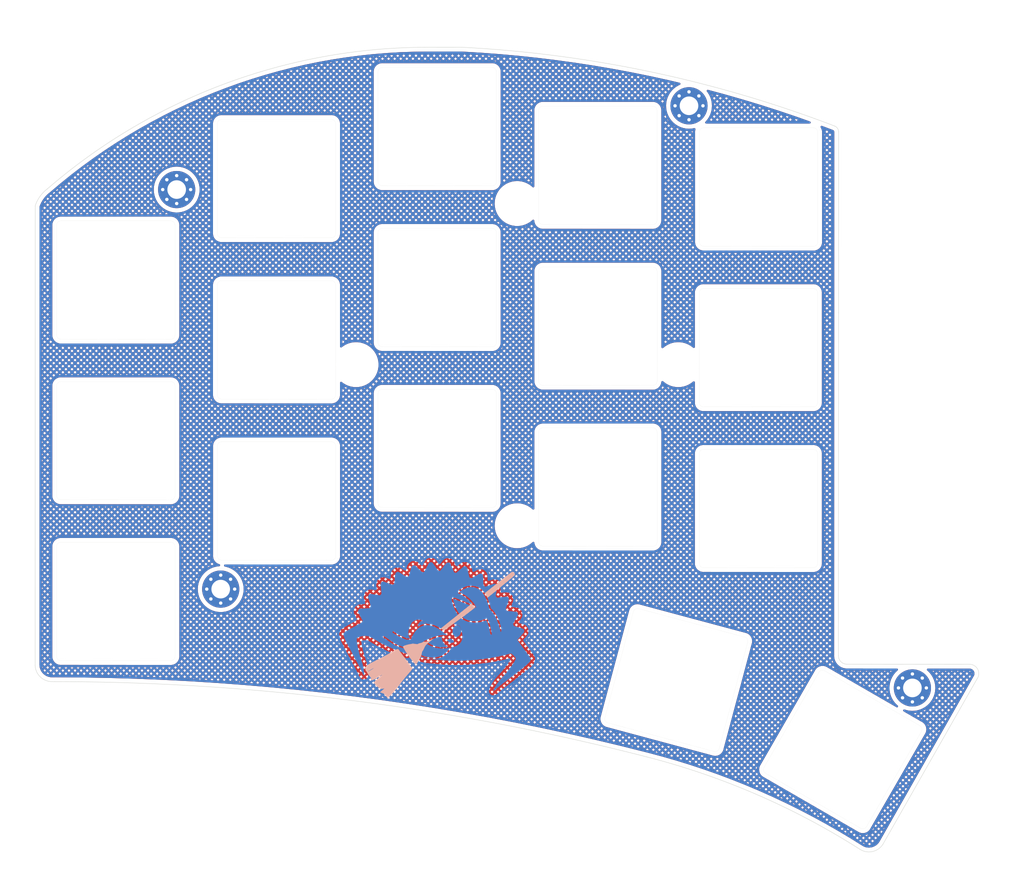
<source format=kicad_pcb>
(kicad_pcb (version 20211014) (generator pcbnew)

  (general
    (thickness 1.6)
  )

  (paper "A4")
  (layers
    (0 "F.Cu" signal)
    (31 "B.Cu" signal)
    (32 "B.Adhes" user "B.Adhesive")
    (33 "F.Adhes" user "F.Adhesive")
    (34 "B.Paste" user)
    (35 "F.Paste" user)
    (36 "B.SilkS" user "B.Silkscreen")
    (37 "F.SilkS" user "F.Silkscreen")
    (38 "B.Mask" user)
    (39 "F.Mask" user)
    (40 "Dwgs.User" user "User.Drawings")
    (41 "Cmts.User" user "User.Comments")
    (42 "Eco1.User" user "User.Eco1")
    (43 "Eco2.User" user "User.Eco2")
    (44 "Edge.Cuts" user)
    (45 "Margin" user)
    (46 "B.CrtYd" user "B.Courtyard")
    (47 "F.CrtYd" user "F.Courtyard")
    (48 "B.Fab" user)
    (49 "F.Fab" user)
  )

  (setup
    (pad_to_mask_clearance 0)
    (grid_origin 92.202 87.249)
    (pcbplotparams
      (layerselection 0x0001000_7ffffffe)
      (disableapertmacros false)
      (usegerberextensions false)
      (usegerberattributes true)
      (usegerberadvancedattributes true)
      (creategerberjobfile true)
      (svguseinch false)
      (svgprecision 6)
      (excludeedgelayer true)
      (plotframeref false)
      (viasonmask false)
      (mode 1)
      (useauxorigin false)
      (hpglpennumber 1)
      (hpglpenspeed 20)
      (hpglpendiameter 15.000000)
      (dxfpolygonmode false)
      (dxfimperialunits false)
      (dxfusepcbnewfont true)
      (psnegative false)
      (psa4output false)
      (plotreference false)
      (plotvalue false)
      (plotinvisibletext false)
      (sketchpadsonfab false)
      (subtractmaskfromsilk false)
      (outputformat 3)
      (mirror false)
      (drillshape 0)
      (scaleselection 1)
      (outputdirectory "./")
    )
  )

  (net 0 "")
  (net 1 "gnd")

  (footprint "Duckyb-Parts:MX-Plate-Cuts" (layer "F.Cu") (at 45 77))

  (footprint "Duckyb-Parts:MX-Plate-Cuts" (layer "F.Cu") (at 64 65))

  (footprint "Duckyb-Parts:MX-Plate-Cuts" (layer "F.Cu") (at 83 58.86))

  (footprint "Duckyb-Parts:MX-Plate-Cuts" (layer "F.Cu") (at 101.994 63.432))

  (footprint "Duckyb-Parts:MX-Plate-Cuts" (layer "F.Cu") (at 121 66))

  (footprint "Duckyb-Parts:MX-Plate-Cuts" (layer "F.Cu") (at 45 96))

  (footprint "Duckyb-Parts:MX-Plate-Cuts" (layer "F.Cu") (at 64 84.074))

  (footprint "Duckyb-Parts:MX-Plate-Cuts" (layer "F.Cu") (at 83 77.878))

  (footprint "Duckyb-Parts:MX-Plate-Cuts" (layer "F.Cu") (at 102 82.45))

  (footprint "Duckyb-Parts:MX-Plate-Cuts" (layer "F.Cu") (at 120.98 84.99))

  (footprint "Duckyb-Parts:MX-Plate-Cuts" (layer "F.Cu") (at 45 115))

  (footprint "Duckyb-Parts:MX-Plate-Cuts" (layer "F.Cu") (at 64.008 103.124))

  (footprint "Duckyb-Parts:MX-Plate-Cuts" (layer "F.Cu") (at 83 96.896))

  (footprint "Duckyb-Parts:MX-Plate-Cuts" (layer "F.Cu") (at 102 101.468))

  (footprint "Duckyb-Parts:MX-Plate-Cuts" (layer "F.Cu") (at 130.95 132.504 -30))

  (footprint "Duckyb-Parts:MX-Plate-Cuts" (layer "F.Cu") (at 111.272 124.288 -15))

  (footprint "Duckyb-Parts:MX-Plate-Cuts" (layer "F.Cu") (at 120.98 104.008))

  (footprint "MountingHole:MountingHole_4.3mm_M4" (layer "F.Cu") (at 92.456 67.945))

  (footprint "MountingHole:MountingHole_4.3mm_M4" (layer "F.Cu") (at 92.456 106.045))

  (footprint "MountingHole:MountingHole_2.2mm_M2_Pad_Via" (layer "F.Cu") (at 52.197 66.294))

  (footprint "MountingHole:MountingHole_2.2mm_M2_Pad_Via" (layer "F.Cu") (at 57.404 113.538))

  (footprint "MountingHole:MountingHole_2.2mm_M2_Pad_Via" (layer "F.Cu") (at 112.776 56.388))

  (footprint "MountingHole:MountingHole_4.3mm_M4" (layer "F.Cu") (at 73.406 86.995))

  (footprint "MountingHole:MountingHole_4.3mm_M4" (layer "F.Cu") (at 111.506 86.995))

  (footprint "MountingHole:MountingHole_2.2mm_M2_Pad_Via" (layer "F.Cu") (at 139.192 125.222))

  (footprint "Kailh:ferris_broom" (layer "B.Cu")
    (tedit 5F180684) (tstamp 00000000-0000-0000-0000-000061987c71)
    (at 84.455 118.745 173)
    (attr through_hole)
    (fp_text reference "G***" (at 0 0 353) (layer "B.SilkS") hide
      (effects (font (size 1.524 1.524) (thickness 0.3)) (justify mirror))
      (tstamp f78e02cd-9600-4173-be8d-67e530b5d19f)
    )
    (fp_text value "LOGO" (at 0.75 0 353) (layer "B.SilkS") hide
      (effects (font (size 1.524 1.524) (thickness 0.3)) (justify mirror))
      (tstamp 6f80f798-dc24-438f-a1eb-4ee2936267c8)
    )
    (fp_poly (pts
        (xy 3.338859 1.039943)
        (xy 3.381528 1.037073)
        (xy 3.414098 1.031849)
        (xy 3.443386 1.022761)
        (xy 3.471333 1.010616)
        (xy 3.542832 0.967875)
        (xy 3.607733 0.911121)
        (xy 3.664984 0.842341)
        (xy 3.713532 0.763523)
        (xy 3.752325 0.676654)
        (xy 3.780309 0.58372)
        (xy 3.796432 0.486708)
        (xy 3.799747 0.390693)
        (xy 3.797299 0.313779)
        (xy 3.759199 0.350196)
        (xy 3.673719 0.423651)
        (xy 3.575263 0.494102)
        (xy 3.467764 0.559419)
        (xy 3.355157 0.617476)
        (xy 3.241376 0.666145)
        (xy 3.130355 0.703298)
        (xy 3.084249 0.715249)
        (xy 3.049708 0.723486)
        (xy 3.017103 0.731513)
        (xy 2.996217 0.736878)
        (xy 2.969051 0.742504)
        (xy 2.944627 0.745053)
        (xy 2.943301 0.745067)
        (xy 2.926849 0.747477)
        (xy 2.920999 0.752447)
        (xy 2.926114 0.766195)
        (xy 2.939823 0.789421)
        (xy 2.959677 0.818764)
        (xy 2.983225 0.850868)
        (xy 3.008019 0.882372)
        (xy 3.031607 0.90992)
        (xy 3.04881 0.92765)
        (xy 3.109678 0.977639)
        (xy 3.170468 1.012259)
        (xy 3.234392 1.032756)
        (xy 3.304661 1.040371)
        (xy 3.338859 1.039943)
      ) (layer "B.Cu") (width 0.01) (fill solid) (tstamp 088f77ba-fca9-42b3-876e-a6937267f957))
    (fp_poly (pts
        (xy 0.052888 4.087984)
        (xy 0.067946 4.079375)
        (xy 0.071756 4.073128)
        (xy 0.07085 4.059512)
        (xy 0.064982 4.03481)
        (xy 0.055664 4.003581)
        (xy 0.04441 3.970386)
        (xy 0.03273 3.939783)
        (xy 0.02214 3.916334)
        (xy 0.016767 3.907366)
        (xy 0.010832 3.893836)
        (xy 0.004762 3.872028)
        (xy 0.004159 3.869266)
        (xy -0.003308 3.842764)
        (xy -0.014528 3.811802)
        (xy -0.018829 3.801533)
        (xy -0.03027 3.775245)
        (xy -0.039771 3.753029)
        (xy -0.042495 3.7465)
        (xy -0.04953 3.730048)
        (xy -0.060889 3.704188)
        (xy -0.072213 3.678766)
        (xy -0.086497 3.646732)
        (xy -0.100004 3.616147)
        (xy -0.107773 3.598333)
        (xy -0.137922 3.531005)
        (xy -0.174157 3.454212)
        (xy -0.214352 3.372161)
        (xy -0.256382 3.289058)
        (xy -0.298121 3.209106)
        (xy -0.337444 3.136512)
        (xy -0.370957 3.077633)
        (xy -0.391222 3.043677)
        (xy -0.413332 3.007382)
        (xy -0.435134 2.972196)
        (xy -0.454476 2.941566)
        (xy -0.469206 2.918939)
        (xy -0.476711 2.9083)
        (xy -0.48595 2.895421)
        (xy -0.497936 2.877082)
        (xy -0.513303 2.853756)
        (xy -0.533916 2.824013)
        (xy -0.557709 2.79065)
        (xy -0.582619 2.756464)
        (xy -0.606581 2.724252)
        (xy -0.627533 2.696811)
        (xy -0.643408 2.676938)
        (xy -0.652144 2.66743)
        (xy -0.652973 2.667)
        (xy -0.660355 2.660075)
        (xy -0.664298 2.651123)
        (xy -0.673008 2.635835)
        (xy -0.689343 2.61518)
        (xy -0.698736 2.604976)
        (xy -0.715673 2.586607)
        (xy -0.726298 2.573295)
        (xy -0.728134 2.56965)
        (xy -0.733627 2.561506)
        (xy -0.748032 2.545003)
        (xy -0.768237 2.523705)
        (xy -0.76835 2.523589)
        (xy -0.794189 2.496813)
        (xy -0.819673 2.469716)
        (xy -0.835159 2.452748)
        (xy -0.86175 2.422912)
        (xy -1.158369 2.724873)
        (xy -1.219019 2.786647)
        (xy -1.278002 2.846784)
        (xy -1.333865 2.903799)
        (xy -1.385155 2.956205)
        (xy -1.430418 3.002516)
        (xy -1.468201 3.041247)
        (xy -1.49705 3.070911)
        (xy -1.515514 3.090024)
        (xy -1.51581 3.090333)
        (xy -1.56207 3.138555)
        (xy -1.611662 3.190118)
        (xy -1.663079 3.243469)
        (xy -1.714819 3.297056)
        (xy -1.765376 3.349325)
        (xy -1.813246 3.398726)
        (xy -1.856925 3.443704)
        (xy -1.894908 3.482708)
        (xy -1.92569 3.514185)
        (xy -1.947768 3.536582)
        (xy -1.959637 3.548348)
        (xy -1.959727 3.548433)
        (xy -1.9759 3.565761)
        (xy -1.978192 3.576207)
        (xy -1.965537 3.581956)
        (xy -1.942011 3.584799)
        (xy -1.91354 3.58933)
        (xy -1.880453 3.597637)
        (xy -1.868196 3.601528)
        (xy -1.82972 3.613943)
        (xy -1.786833 3.626519)
        (xy -1.744246 3.638004)
        (xy -1.706667 3.647148)
        (xy -1.678803 3.652702)
        (xy -1.672167 3.653571)
        (xy -1.653829 3.656896)
        (xy -1.623755 3.664005)
        (xy -1.58642 3.673788)
        (xy -1.553634 3.682993)
        (xy -1.510782 3.695357)
        (xy -1.479633 3.704135)
        (xy -1.455635 3.710481)
        (xy -1.434232 3.715547)
        (xy -1.410872 3.720485)
        (xy -1.385129 3.72563)
        (xy -1.355075 3.732541)
        (xy -1.317487 3.742489)
        (xy -1.283529 3.752409)
        (xy -1.251355 3.761857)
        (xy -1.223427 3.769199)
        (xy -1.205497 3.772929)
        (xy -1.204841 3.773008)
        (xy -1.181435 3.778879)
        (xy -1.169414 3.784057)
        (xy -1.147629 3.79112)
        (xy -1.130044 3.793066)
        (xy -1.107168 3.795689)
        (xy -1.075265 3.802379)
        (xy -1.041202 3.811367)
        (xy -1.011848 3.820886)
        (xy -0.997065 3.827303)
        (xy -0.975917 3.83424)
        (xy -0.964759 3.8354)
        (xy -0.942082 3.839439)
        (xy -0.931763 3.843637)
        (xy -0.916052 3.848932)
        (xy -0.889144 3.855136)
        (xy -0.856636 3.860974)
        (xy -0.854003 3.861381)
        (xy -0.819323 3.867642)
        (xy -0.787922 3.874987)
        (xy -0.7665 3.881844)
        (xy -0.766234 3.881959)
        (xy -0.743653 3.890216)
        (xy -0.710769 3.900366)
        (xy -0.67269 3.911045)
        (xy -0.634522 3.920888)
        (xy -0.601371 3.928531)
        (xy -0.578345 3.93261)
        (xy -0.575734 3.932855)
        (xy -0.557083 3.934882)
        (xy -0.548217 3.936735)
        (xy -0.535517 3.940906)
        (xy -0.522538 3.945174)
        (xy -0.516467 3.947345)
        (xy -0.502069 3.951826)
        (xy -0.476921 3.958971)
        (xy -0.448734 3.966623)
        (xy -0.416124 3.975439)
        (xy -0.3866 3.983671)
        (xy -0.369154 3.988759)
        (xy -0.341596 3.994399)
        (xy -0.31793 3.996266)
        (xy -0.296675 3.998551)
        (xy -0.283211 4.004005)
        (xy -0.269512 4.010381)
        (xy -0.249767 4.014268)
        (xy -0.228754 4.017909)
        (xy -0.2159 4.022617)
        (xy -0.203902 4.027361)
        (xy -0.180333 4.034346)
        (xy -0.150148 4.042109)
        (xy -0.148167 4.042584)
        (xy -0.116958 4.050284)
        (xy -0.09127 4.057076)
        (xy -0.076484 4.061535)
        (xy -0.0762 4.061643)
        (xy -0.053269 4.06856)
        (xy -0.024518 4.072745)
        (xy -0.009989 4.073958)
        (xy 0.010378 4.077186)
        (xy 0.021933 4.082265)
        (xy 0.02226 4.082704)
        (xy 0.034915 4.089624)
        (xy 0.052888 4.087984)
      ) (layer "B.Cu") (width 0.01) (fill solid) (tstamp 6e435cd4-da2b-4602-a0aa-5dd988834dff))
    (fp_poly (pts
        (xy -0.761144 1.032642)
        (xy -0.688709 1.008644)
        (xy -0.619188 0.970622)
        (xy -0.554768 0.920001)
        (xy -0.497637 0.858202)
        (xy -0.453968 0.7937)
        (xy -0.437483 0.766692)
        (xy -0.423416 0.746579)
        (xy -0.414329 0.736954)
        (xy -0.413252 0.7366)
        (xy -0.408833 0.731565)
        (xy -0.409736 0.729585)
        (xy -0.40904 0.718656)
        (xy -0.402935 0.697092)
        (xy -0.39386 0.672435)
        (xy -0.369521 0.596952)
        (xy -0.351987 0.510702)
        (xy -0.341678 0.418605)
        (xy -0.339017 0.32558)
        (xy -0.344425 0.236545)
        (xy -0.352075 0.18519)
        (xy -0.377889 0.081805)
        (xy -0.41398 -0.0129)
        (xy -0.459406 -0.097763)
        (xy -0.513225 -0.171624)
        (xy -0.574496 -0.233322)
        (xy -0.642278 -0.281697)
        (xy -0.715627 -0.315587)
        (xy -0.770126 -0.330135)
        (xy -0.812297 -0.336403)
        (xy -0.84915 -0.337012)
        (xy -0.888665 -0.331696)
        (xy -0.918634 -0.325158)
        (xy -0.947744 -0.318386)
        (xy -0.971301 -0.313186)
        (xy -0.982134 -0.311051)
        (xy -0.996128 -0.306431)
        (xy -0.999067 -0.304242)
        (xy -1.00783 -0.297463)
        (xy -1.026684 -0.284345)
        (xy -1.050959 -0.268116)
        (xy -1.110231 -0.221059)
        (xy -1.166285 -0.161274)
        (xy -1.215754 -0.092966)
        (xy -1.255272 -0.02034)
        (xy -1.262352 -0.004066)
        (xy -1.273749 0.020663)
        (xy -1.283702 0.037495)
        (xy -1.288991 0.042333)
        (xy -1.29308 0.047331)
        (xy -1.292297 0.048972)
        (xy -1.29238 0.059871)
        (xy -1.296468 0.082275)
        (xy -1.303688 0.111476)
        (xy -1.304231 0.113444)
        (xy -1.327325 0.227527)
        (xy -1.335016 0.34511)
        (xy -1.327592 0.463403)
        (xy -1.305338 0.579617)
        (xy -1.268541 0.690962)
        (xy -1.238078 0.757245)
        (xy -1.212207 0.803246)
        (xy -1.184334 0.842806)
        (xy -1.149579 0.88249)
        (xy -1.130553 0.901979)
        (xy -1.06388 0.960545)
        (xy -0.99682 1.002787)
        (xy -0.928123 1.029293)
        (xy -0.856537 1.040651)
        (xy -0.834305 1.041193)
        (xy -0.761144 1.032642)
      ) (layer "B.Cu") (width 0.01) (fill solid) (tstamp 6f675e5f-8fe6-4148-baf1-da97afc770f8))
    (fp_poly (pts
        (xy 0.876959 -0.512614)
        (xy 0.879912 -0.513257)
        (xy 0.909731 -0.520829)
        (xy 0.950577 -0.532551)
        (xy 0.999376 -0.547409)
        (xy 1.053055 -0.564389)
        (xy 1.108539 -0.582475)
        (xy 1.162754 -0.600654)
        (xy 1.212625 -0.617911)
        (xy 1.25508 -0.633232)
        (xy 1.287043 -0.645603)
        (xy 1.303866 -0.653146)
        (xy 1.327085 -0.664074)
        (xy 1.359259 -0.677603)
        (xy 1.392766 -0.690556)
        (xy 1.41799 -0.70002)
        (xy 1.442859 -0.709847)
        (xy 1.469644 -0.721054)
        (xy 1.500622 -0.734654)
        (xy 1.538066 -0.751664)
        (xy 1.584249 -0.773098)
        (xy 1.641445 -0.799972)
        (xy 1.701799 -0.828502)
        (xy 1.790699 -0.870597)
        (xy 1.990634 -1.072415)
        (xy 2.069517 -1.152176)
        (xy 2.137023 -1.220741)
        (xy 2.193816 -1.278817)
        (xy 2.240566 -1.327109)
        (xy 2.277937 -1.366325)
        (xy 2.306597 -1.39717)
        (xy 2.327213 -1.420351)
        (xy 2.340451 -1.436574)
        (xy 2.346978 -1.446545)
        (xy 2.347727 -1.450669)
        (xy 2.337133 -1.458448)
        (xy 2.313359 -1.470926)
        (xy 2.279096 -1.486898)
        (xy 2.237036 -1.50516)
        (xy 2.189869 -1.524506)
        (xy 2.140286 -1.543732)
        (xy 2.137833 -1.544653)
        (xy 2.097444 -1.559856)
        (xy 2.058067 -1.574784)
        (xy 2.025451 -1.587254)
        (xy 2.01182 -1.592529)
        (xy 1.986019 -1.601772)
        (xy 1.965641 -1.607611)
        (xy 1.958789 -1.608667)
        (xy 1.941554 -1.61242)
        (xy 1.932401 -1.616333)
        (xy 1.916696 -1.622488)
        (xy 1.888261 -1.631781)
        (xy 1.850774 -1.643153)
        (xy 1.807909 -1.655543)
        (xy 1.763342 -1.667892)
        (xy 1.720749 -1.679138)
        (xy 1.683806 -1.688221)
        (xy 1.680633 -1.688954)
        (xy 1.64504 -1.697141)
        (xy 1.610788 -1.705064)
        (xy 1.587499 -1.710491)
        (xy 1.510641 -1.726839)
        (xy 1.427179 -1.741738)
        (xy 1.350433 -1.752959)
        (xy 1.307609 -1.758468)
        (xy 1.263139 -1.764289)
        (xy 1.225385 -1.769324)
        (xy 1.219199 -1.770165)
        (xy 1.156081 -1.776576)
        (xy 1.0818 -1.780579)
        (xy 1.001959 -1.782131)
        (xy 0.922164 -1.781187)
        (xy 0.848018 -1.777702)
        (xy 0.800099 -1.773465)
        (xy 0.751827 -1.767563)
        (xy 0.696348 -1.759999)
        (xy 0.637115 -1.751324)
        (xy 0.57758 -1.742086)
        (xy 0.521197 -1.732835)
        (xy 0.471419 -1.724123)
        (xy 0.431698 -1.716498)
        (xy 0.406399 -1.710756)
        (xy 0.379671 -1.703999)
        (xy 0.347122 -1.696235)
        (xy 0.334433 -1.69333)
        (xy 0.286755 -1.6819)
        (xy 0.237291 -1.668513)
        (xy 0.181713 -1.65192)
        (xy 0.115695 -1.630872)
        (xy 0.097366 -1.624871)
        (xy 0.057153 -1.612043)
        (xy 0.021585 -1.601424)
        (xy -0.005616 -1.594076)
        (xy -0.02073 -1.59106)
        (xy -0.021167 -1.59104)
        (xy -0.020533 -1.588533)
        (xy -0.006195 -1.582029)
        (xy 0.01937 -1.572526)
        (xy 0.052427 -1.561425)
        (xy 0.090109 -1.548565)
        (xy 0.12247 -1.536207)
        (xy 0.145654 -1.525903)
        (xy 0.155135 -1.520055)
        (xy 0.166798 -1.512017)
        (xy 0.171701 -1.512258)
        (xy 0.180836 -1.510909)
        (xy 0.200781 -1.50325)
        (xy 0.227383 -1.490895)
        (xy 0.229859 -1.489659)
        (xy 0.348134 -1.421013)
        (xy 0.455886 -1.339375)
        (xy 0.55229 -1.245632)
        (xy 0.636521 -1.140672)
        (xy 0.707755 -1.025383)
        (xy 0.75626 -0.922867)
        (xy 0.771785 -0.882802)
        (xy 0.78707 -0.838997)
        (xy 0.80115 -0.794778)
        (xy 0.813059 -0.753473)
        (xy 0.821834 -0.718408)
        (xy 0.826508 -0.692911)
        (xy 0.826433 -0.680945)
        (xy 0.826989 -0.669474)
        (xy 0.829813 -0.667297)
        (xy 0.834165 -0.658281)
        (xy 0.839539 -0.636304)
        (xy 0.845077 -0.605234)
        (xy 0.847767 -0.586531)
        (xy 0.852768 -0.550086)
        (xy 0.85688 -0.527452)
        (xy 0.861412 -0.515648)
        (xy 0.867669 -0.511696)
        (xy 0.876959 -0.512614)
      ) (layer "B.Cu") (width 0.01) (fill solid) (tstamp 71989e06-8659-4605-b2da-4f729cc41263))
    (fp_poly (pts
        (xy 1.18609 8.26694)
        (xy 1.214188 8.264416)
        (xy 1.237977 8.258478)
        (xy 1.263762 8.247824)
        (xy 1.28018 8.239924)
        (xy 1.332822 8.207593)
        (xy 1.373164 8.170943)
        (xy 1.383832 8.156508)
        (xy 1.402225 8.12883)
        (xy 1.427504 8.089272)
        (xy 1.458829 8.039199)
        (xy 1.495361 7.979973)
        (xy 1.536259 7.912958)
        (xy 1.580683 7.839518)
        (xy 1.627793 7.761017)
        (xy 1.676751 7.678817)
        (xy 1.688673 7.658705)
        (xy 1.749686 7.555933)
        (xy 1.802685 7.467207)
        (xy 1.848074 7.391879)
        (xy 1.886258 7.329302)
        (xy 1.917639 7.278828)
        (xy 1.942624 7.239812)
        (xy 1.961614 7.211605)
        (xy 1.975016 7.193561)
        (xy 1.983232 7.185032)
        (xy 1.985006 7.184165)
        (xy 1.99968 7.182101)
        (xy 2.027464 7.178955)
        (xy 2.064598 7.175126)
        (xy 2.107324 7.171015)
        (xy 2.114947 7.170311)
        (xy 2.161716 7.166274)
        (xy 2.194493 7.164243)
        (xy 2.216106 7.164256)
        (xy 2.229381 7.166351)
        (xy 2.237146 7.170565)
        (xy 2.238569 7.171966)
        (xy 2.24602 7.180248)
        (xy 2.26376 7.200056)
        (xy 2.290799 7.230284)
        (xy 2.326148 7.269825)
        (xy 2.368819 7.317574)
        (xy 2.417823 7.372423)
        (xy 2.472171 7.433267)
        (xy 2.530876 7.498999)
        (xy 2.592947 7.568512)
        (xy 2.606265 7.583428)
        (xy 2.669458 7.654042)
        (xy 2.729997 7.721376)
        (xy 2.786832 7.784281)
        (xy 2.838912 7.84161)
        (xy 2.885185 7.892213)
        (xy 2.924601 7.934941)
        (xy 2.956108 7.968647)
        (xy 2.978657 7.992182)
        (xy 2.991195 8.004397)
        (xy 2.99226 8.005268)
        (xy 3.046465 8.036544)
        (xy 3.108708 8.055594)
        (xy 3.17475 8.061852)
        (xy 3.240349 8.054752)
        (xy 3.278688 8.043487)
        (xy 3.335647 8.013629)
        (xy 3.387009 7.970326)
        (xy 3.429288 7.916938)
        (xy 3.45033 7.878233)
        (xy 3.457965 7.859688)
        (xy 3.470674 7.826764)
        (xy 3.487877 7.78104)
        (xy 3.508994 7.724098)
        (xy 3.533443 7.657519)
        (xy 3.560645 7.582884)
        (xy 3.590019 7.501775)
        (xy 3.620985 7.415771)
        (xy 3.652961 7.326455)
        (xy 3.653977 7.323608)
        (xy 3.830783 6.828249)
        (xy 3.957129 6.788924)
        (xy 4.083474 6.7496)
        (xy 4.522832 7.079603)
        (xy 4.599843 7.137265)
        (xy 4.673782 7.192281)
        (xy 4.74339 7.243735)
        (xy 4.807407 7.290713)
        (xy 4.864574 7.332298)
        (xy 4.913631 7.367577)
        (xy 4.953318 7.395635)
        (xy 4.982376 7.415555)
        (xy 4.999546 7.426424)
        (xy 5.002045 7.427717)
        (xy 5.051638 7.442567)
        (xy 5.109023 7.447434)
        (xy 5.168424 7.442465)
        (xy 5.224067 7.42781)
        (xy 5.239021 7.421613)
        (xy 5.291008 7.390283)
        (xy 5.338536 7.347533)
        (xy 5.377344 7.297853)
        (xy 5.401481 7.250429)
        (xy 5.40705 7.230297)
        (xy 5.414883 7.193742)
        (xy 5.424921 7.141113)
        (xy 5.437101 7.072759)
        (xy 5.451364 6.98903)
        (xy 5.467648 6.890276)
        (xy 5.485893 6.776845)
        (xy 5.506038 6.649087)
        (xy 5.506066 6.648906)
        (xy 5.592534 6.095805)
        (xy 5.706144 6.032403)
        (xy 5.74553 6.010535)
        (xy 5.779427 5.991931)
        (xy 5.805217 5.978008)
        (xy 5.820283 5.970187)
        (xy 5.823042 5.969)
        (xy 5.831055 5.972538)
        (xy 5.853067 5.982745)
        (xy 5.887788 5.999012)
        (xy 5.933927 6.020731)
        (xy 5.990193 6.047291)
        (xy 6.055298 6.078083)
        (xy 6.127949 6.112498)
        (xy 6.206858 6.149927)
        (xy 6.290733 6.189761)
        (xy 6.315956 6.201749)
        (xy 6.405535 6.244151)
        (xy 6.490678 6.284101)
        (xy 6.570042 6.32099)
        (xy 6.642284 6.35421)
        (xy 6.706061 6.383152)
        (xy 6.76003 6.407205)
        (xy 6.802848 6.425761)
        (xy 6.833171 6.438211)
        (xy 6.849658 6.443945)
        (xy 6.850123 6.444051)
        (xy 6.916044 6.449981)
        (xy 6.980538 6.440513)
        (xy 7.041451 6.417163)
        (xy 7.096626 6.381452)
        (xy 7.143907 6.334896)
        (xy 7.181138 6.279016)
        (xy 7.206163 6.215328)
        (xy 7.212072 6.189133)
        (xy 7.21374 6.172468)
        (xy 7.214712 6.144306)
        (xy 7.214975 6.103965)
        (xy 7.214516 6.050757)
        (xy 7.213325 5.983999)
        (xy 7.211389 5.903004)
        (xy 7.208695 5.807088)
        (xy 7.205232 5.695566)
        (xy 7.201405 5.580011)
        (xy 7.182328 5.017456)
        (xy 7.20826 4.995811)
        (xy 7.225251 4.981431)
        (xy 7.251215 4.959223)
        (xy 7.282336 4.932458)
        (xy 7.308678 4.909707)
        (xy 7.383165 4.845248)
        (xy 7.630699 4.906618)
        (xy 7.763975 4.939661)
        (xy 7.881838 4.968867)
        (xy 7.985311 4.994467)
        (xy 8.075417 5.016692)
        (xy 8.15318 5.035774)
        (xy 8.219624 5.051945)
        (xy 8.275773 5.065434)
        (xy 8.322649 5.076474)
        (xy 8.361277 5.085295)
        (xy 8.39268 5.092129)
        (xy 8.417882 5.097207)
        (xy 8.437906 5.100761)
        (xy 8.453777 5.103021)
        (xy 8.466517 5.104219)
        (xy 8.477151 5.104586)
        (xy 8.486701 5.104353)
        (xy 8.496192 5.103751)
        (xy 8.501635 5.103356)
        (xy 8.568814 5.090472)
        (xy 8.630181 5.063019)
        (xy 8.683935 5.022877)
        (xy 8.728277 4.971929)
        (xy 8.761406 4.912057)
        (xy 8.78152 4.845142)
        (xy 8.786398 4.805777)
        (xy 8.786878 4.792512)
        (xy 8.786526 4.777746)
        (xy 8.785086 4.760185)
        (xy 8.782302 4.738534)
        (xy 8.777919 4.711497)
        (xy 8.771679 4.677779)
        (xy 8.763328 4.636086)
        (xy 8.752609 4.585123)
        (xy 8.739266 4.523594)
        (xy 8.723044 4.450205)
        (xy 8.703686 4.363661)
        (xy 8.680937 4.262667)
        (xy 8.665967 4.196425)
        (xy 8.644825 4.102516)
        (xy 8.624943 4.013351)
        (xy 8.606618 3.930319)
        (xy 8.590147 3.854812)
        (xy 8.575829 3.788222)
        (xy 8.563962 3.731938)
        (xy 8.554843 3.687353)
        (xy 8.548771 3.655858)
        (xy 8.546044 3.638842)
        (xy 8.545991 3.636268)
        (xy 8.552537 3.626005)
        (xy 8.5677 3.605183)
        (xy 8.589497 3.576443)
        (xy 8.615939 3.542428)
        (xy 8.628283 3.526788)
        (xy 8.706346 3.428326)
        (xy 8.808756 3.433426)
        (xy 8.885198 3.437049)
        (xy 8.967802 3.440636)
        (xy 9.054858 3.444138)
        (xy 9.144657 3.447505)
        (xy 9.235491 3.450689)
        (xy 9.325651 3.45364)
        (xy 9.413427 3.456311)
        (xy 9.497111 3.458653)
        (xy 9.574994 3.460615)
        (xy 9.645367 3.46215)
        (xy 9.706521 3.463208)
        (xy 9.756747 3.463741)
        (xy 9.794335 3.4637)
        (xy 9.817578 3.463036)
        (xy 9.823327 3.462447)
        (xy 9.887625 3.442064)
        (xy 9.946287 3.406957)
        (xy 9.996952 3.359018)
        (xy 10.037258 3.300135)
        (xy 10.044899 3.285066)
        (xy 10.056891 3.258492)
        (xy 10.064547 3.236084)
        (xy 10.068827 3.212567)
        (xy 10.070692 3.18267)
        (xy 10.0711 3.141133)
        (xy 10.0711 3.052233)
        (xy 9.842993 2.532114)
        (xy 9.614887 2.011995)
        (xy 9.671649 1.901348)
        (xy 9.692212 1.861424)
        (xy 9.710353 1.826499)
        (xy 9.724522 1.799534)
        (xy 9.733172 1.783488)
        (xy 9.734753 1.780767)
        (xy 9.744091 1.777568)
        (xy 9.768869 1.771868)
        (xy 9.807815 1.763905)
        (xy 9.859658 1.753913)
        (xy 9.923128 1.742129)
        (xy 9.996952 1.728787)
        (xy 10.07986 1.714125)
        (xy 10.17058 1.698378)
        (xy 10.267841 1.681781)
        (xy 10.274397 1.680672)
        (xy 10.391253 1.660812)
        (xy 10.492382 1.643389)
        (xy 10.578785 1.62821)
        (xy 10.651464 1.615087)
        (xy 10.71142 1.603826)
        (xy 10.759654 1.594238)
        (xy 10.797169 1.586132)
        (xy 10.824964 1.579316)
        (xy 10.844042 1.573599)
        (xy 10.852029 1.570478)
        (xy 10.900007 1.541283)
        (xy 10.945597 1.499799)
        (xy 10.984327 1.450543)
        (xy 11.002944 1.418058)
        (xy 11.014083 1.39403)
        (xy 11.021301 1.37321)
        (xy 11.025438 1.350745)
        (xy 11.027333 1.32178)
        (xy 11.027828 1.28146)
        (xy 11.027833 1.274233)
        (xy 11.027456 1.231658)
        (xy 11.0258 1.201283)
        (xy 11.022072 1.178383)
        (xy 11.015482 1.158231)
        (xy 11.005239 1.136101)
        (xy 11.004454 1.134533)
        (xy 10.995572 1.119455)
        (xy 10.977908 1.09181)
        (xy 10.952358 1.052924)
        (xy 10.919816 1.004128)
        (xy 10.881178 0.946748)
        (xy 10.837339 0.882113)
        (xy 10.789193 0.811552)
        (xy 10.737636 0.736392)
        (xy 10.683564 0.657961)
        (xy 10.672504 0.641967)
        (xy 10.363933 0.195968)
        (xy 10.416997 0.016328)
        (xy 11.373047 -0.687879)
        (xy 11.517954 -0.794687)
        (xy 11.649596 -0.891872)
        (xy 11.768408 -0.979764)
        (xy 11.874825 -1.05869)
        (xy 11.969284 -1.128979)
        (xy 12.052218 -1.190959)
        (xy 12.124065 -1.244957)
        (xy 12.185259 -1.291304)
        (xy 12.236237 -1.330326)
        (xy 12.277433 -1.362353)
        (xy 12.309283 -1.387712)
        (xy 12.332224 -1.406732)
        (xy 12.346689 -1.419742)
        (xy 12.352629 -1.426293)
        (xy 12.3775 -1.467951)
        (xy 12.393927 -1.510333)
        (xy 12.403148 -1.558229)
        (xy 12.406405 -1.616427)
        (xy 12.406426 -1.634067)
        (xy 12.404693 -1.67839)
        (xy 12.399809 -1.722739)
        (xy 12.39125 -1.768149)
        (xy 12.378496 -1.815655)
        (xy 12.361022 -1.866293)
        (xy 12.338307 -1.921099)
        (xy 12.309828 -1.981108)
        (xy 12.275061 -2.047354)
        (xy 12.233484 -2.120875)
        (xy 12.184575 -2.202705)
        (xy 12.127811 -2.29388)
        (xy 12.06267 -2.395435)
        (xy 11.988628 -2.508406)
        (xy 11.905162 -2.633828)
        (xy 11.891448 -2.6543)
        (xy 11.789672 -2.805308)
        (xy 11.679257 -2.967586)
        (xy 11.560048 -3.141355)
        (xy 11.431891 -3.326833)
        (xy 11.294634 -3.524242)
        (xy 11.148121 -3.733801)
        (xy 10.992199 -3.95573)
        (xy 10.826715 -4.190249)
        (xy 10.651514 -4.437578)
        (xy 10.466443 -4.697936)
        (xy 10.271348 -4.971544)
        (xy 10.23319 -5.024967)
        (xy 10.178995 -5.101336)
        (xy 10.124865 -5.178573)
        (xy 10.072242 -5.254558)
        (xy 10.022567 -5.32717)
        (xy 9.977283 -5.394291)
        (xy 9.937833 -5.453799)
        (xy 9.905657 -5.503575)
        (xy 9.884772 -5.5372)
        (xy 9.807572 -5.664384)
        (xy 9.737578 -5.777688)
        (xy 9.674879 -5.876983)
        (xy 9.619561 -5.96214)
        (xy 9.571714 -6.033029)
        (xy 9.531424 -6.089522)
        (xy 9.49878 -6.131489)
        (xy 9.47387 -6.158802)
        (xy 9.456781 -6.171331)
        (xy 9.452757 -6.1722)
        (xy 9.443447 -6.164599)
        (xy 9.43611 -6.145208)
        (xy 9.435347 -6.141536)
        (xy 9.433068 -6.110291)
        (xy 9.434782 -6.065087)
        (xy 9.440113 -6.008323)
        (xy 9.448686 -5.942399)
        (xy 9.460123 -5.869715)
        (xy 9.474049 -5.79267)
        (xy 9.490087 -5.713665)
        (xy 9.507861 -5.6351)
        (xy 9.526132 -5.5626)
        (xy 9.578158 -5.380061)
        (xy 9.636402 -5.200561)
        (xy 9.702028 -5.021087)
        (xy 9.776196 -4.838627)
        (xy 9.860069 -4.650169)
        (xy 9.952334 -4.4577)
        (xy 10.008721 -4.341769)
        (xy 10.062902 -4.226171)
        (xy 10.116283 -4.107712)
        (xy 10.170272 -3.983198)
        (xy 10.226275 -3.849436)
        (xy 10.2857 -3.703232)
        (xy 10.295876 -3.677828)
        (xy 10.370307 -3.488599)
        (xy 10.439322 -3.306876)
        (xy 10.50275 -3.133255)
        (xy 10.560426 -2.968335)
        (xy 10.612179 -2.812713)
        (xy 10.657842 -2.666986)
        (xy 10.697247 -2.531752)
        (xy 10.730225 -2.407609)
        (xy 10.756607 -2.295152)
        (xy 10.776226 -2.194981)
        (xy 10.788914 -2.107692)
        (xy 10.794501 -2.033883)
        (xy 10.79282 -1.974152)
        (xy 10.786233 -1.937278)
        (xy 10.782453 -1.925809)
        (xy 10.776808 -1.915086)
        (xy 10.767555 -1.903583)
        (xy 10.752947 -1.889774)
        (xy 10.73124 -1.872132)
        (xy 10.700689 -1.849132)
        (xy 10.659549 -1.819248)
        (xy 10.613794 -1.786467)
        (xy 10.564189 -1.75477)
        (xy 10.502391 -1.721113)
        (xy 10.43268 -1.687445)
        (xy 10.359339 -1.655717)
        (xy 10.28665 -1.627881)
        (xy 10.218894 -1.605887)
        (xy 10.215033 -1.604783)
        (xy 10.100408 -1.574607)
        (xy 9.994872 -1.552218)
        (xy 9.893171 -1.53697)
        (xy 9.790049 -1.528219)
        (xy 9.680254 -1.525319)
        (xy 9.58064 -1.526883)
        (xy 9.493991 -1.530398)
        (xy 9.421976 -1.535343)
        (xy 9.362333 -1.542065)
        (xy 9.312796 -1.550909)
        (xy 9.271103 -1.562223)
        (xy 9.234988 -1.576354)
        (xy 9.224433 -1.58143)
        (xy 9.205565 -1.590266)
        (xy 9.172475 -1.605029)
        (xy 9.12657 -1.625125)
        (xy 9.069256 -1.64996)
        (xy 9.001937 -1.678939)
        (xy 8.926021 -1.71147)
        (xy 8.842914 -1.746956)
        (xy 8.75402 -1.784806)
        (xy 8.660747 -1.824424)
        (xy 8.5645 -1.865217)
        (xy 8.466685 -1.90659)
        (xy 8.368708 -1.947949)
        (xy 8.271975 -1.988702)
        (xy 8.177892 -2.028252)
        (xy 8.087865 -2.066008)
        (xy 8.0033 -2.101373)
        (xy 7.925603 -2.133755)
        (xy 7.856179 -2.16256)
        (xy 7.796435 -2.187193)
        (xy 7.747777 -2.20706)
        (xy 7.71161 -2.221567)
        (xy 7.689341 -2.230121)
        (xy 7.687733 -2.230697)
        (xy 7.373925 -2.339332)
        (xy 7.073945 -2.438619)
        (xy 6.787553 -2.528633)
        (xy 6.514507 -2.609449)
        (xy 6.254566 -2.681143)
        (xy 6.180593 -2.700499)
        (xy 6.074687 -2.727856)
        (xy 6.008927 -2.688978)
        (xy 5.944454 -2.653445)
        (xy 5.888202 -2.627749)
        (xy 5.841254 -2.61224)
        (xy 5.804691 -2.607269)
        (xy 5.779594 -2.613186)
        (xy 5.778008 -2.614213)
        (xy 5.76939 -2.622432)
        (xy 5.751713 -2.640856)
        (xy 5.727226 -2.667088)
        (xy 5.698181 -2.698733)
        (xy 5.684874 -2.713382)
        (xy 5.644439 -2.758015)
        (xy 5.613497 -2.791813)
        (xy 5.59011 -2.816434)
        (xy 5.572341 -2.833536)
        (xy 5.558251 -2.844776)
        (xy 5.545903 -2.851812)
        (xy 5.53336 -2.856303)
        (xy 5.518683 -2.859906)
        (xy 5.5118 -2.861466)
        (xy 5.482508 -2.869356)
        (xy 5.457858 -2.878058)
        (xy 5.447968 -2.882878)
        (xy 5.43141 -2.889892)
        (xy 5.403867 -2.898335)
        (xy 5.370994 -2.906494)
        (xy 5.367535 -2.907249)
        (xy 5.321208 -2.916904)
        (xy 5.266276 -2.927831)
        (xy 5.204783 -2.939671)
        (xy 5.138772 -2.952062)
        (xy 5.070286 -2.964646)
        (xy 5.001369 -2.977063)
        (xy 4.934062 -2.988954)
        (xy 4.870411 -2.999958)
        (xy 4.812457 -3.009716)
        (xy 4.762245 -3.017869)
        (xy 4.721816 -3.024056)
        (xy 4.693216 -3.027918)
        (xy 4.678485 -3.029096)
        (xy 4.676982 -3.028804)
        (xy 4.680909 -3.021774)
        (xy 4.693641 -3.005661)
        (xy 4.712505 -2.98383)
        (xy 4.714231 -2.981902)
        (xy 4.738718 -2.954335)
        (xy 4.762457 -2.92715)
        (xy 4.777932 -2.909044)
        (xy 4.796485 -2.887231)
        (xy 4.812935 -2.868397)
        (xy 4.816186 -2.864786)
        (xy 4.826042 -2.853185)
        (xy 4.844086 -2.831255)
        (xy 4.867965 -2.801917)
        (xy 4.895324 -2.768092)
        (xy 4.923809 -2.732703)
        (xy 4.951068 -2.698669)
        (xy 4.974746 -2.668915)
        (xy 4.99249 -2.64636)
        (xy 4.999407 -2.637367)
        (xy 5.009825 -2.623786)
        (xy 5.027855 -2.600506)
        (xy 5.050672 -2.571168)
        (xy 5.068377 -2.548467)
        (xy 5.092468 -2.516911)
        (xy 5.113154 -2.48852)
        (xy 5.127797 -2.466986)
        (xy 5.133125 -2.457788)
        (xy 5.144225 -2.444466)
        (xy 5.165182 -2.436738)
        (xy 5.180688 -2.43427)
        (xy 5.214266 -2.429539)
        (xy 5.251113 -2.423513)
        (xy 5.262033 -2.421537)
        (xy 5.296641 -2.4156)
        (xy 5.33225 -2.410291)
        (xy 5.342466 -2.408966)
        (xy 5.376683 -2.403865)
        (xy 5.412441 -2.39721)
        (xy 5.418666 -2.395874)
        (xy 5.441404 -2.391083)
        (xy 5.476283 -2.384036)
        (xy 5.518807 -2.375627)
        (xy 5.56448 -2.366754)
        (xy 5.571066 -2.365488)
        (xy 5.616822 -2.356623)
        (xy 5.660078 -2.348093)
        (xy 5.696338 -2.340796)
        (xy 5.721106 -2.335627)
        (xy 5.723466 -2.335109)
        (xy 5.754698 -2.328188)
        (xy 5.784852 -2.321502)
        (xy 5.7912 -2.320094)
        (xy 5.810975 -2.315333)
        (xy 5.842663 -2.307285)
        (xy 5.881831 -2.297092)
        (xy 5.922433 -2.286326)
        (xy 5.968776 -2.27397)
        (xy 6.015936 -2.261478)
        (xy 6.057819 -2.25046)
        (xy 6.083909 -2.243664)
        (xy 6.130814 -2.231205)
        (xy 6.173246 -2.218978)
        (xy 6.213427 -2.206053)
        (xy 6.253581 -2.191499)
        (xy 6.295931 -2.174386)
        (xy 6.342701 -2.153782)
        (xy 6.396114 -2.128759)
        (xy 6.458394 -2.098384)
        (xy 6.531763 -2.061727)
        (xy 6.595122 -2.029697)
        (xy 6.663364 -1.995125)
        (xy 6.728787 -1.962051)
        (xy 6.78941 -1.93147)
        (xy 6.843254 -1.90438)
        (xy 6.888337 -1.881776)
        (xy 6.922678 -1.864654)
        (xy 6.944297 -1.854011)
        (xy 6.9469 -1.852757)
        (xy 6.975939 -1.838625)
        (xy 7.000856 -1.826077)
        (xy 7.014633 -1.818729)
        (xy 7.025736 -1.812865)
        (xy 7.050124 -1.800314)
        (xy 7.085959 -1.782006)
        (xy 7.131402 -1.758871)
        (xy 7.184616 -1.731838)
        (xy 7.243761 -1.701837)
        (xy 7.307001 -1.6698)
        (xy 7.372495 -1.636655)
        (xy 7.438407 -1.603332)
        (xy 7.502898 -1.570762)
        (xy 7.564129 -1.539874)
        (xy 7.620262 -1.511599)
        (xy 7.66946 -1.486867)
        (xy 7.709883 -1.466606)
        (xy 7.739694 -1.451748)
        (xy 7.753426 -1.44498)
        (xy 7.781097 -1.431127)
        (xy 7.796524 -1.421162)
        (xy 7.802689 -1.411566)
        (xy 7.802577 -1.398821)
        (xy 7.800888 -1.389015)
        (xy 7.791348 -1.360974)
        (xy 7.776221 -1.33593)
        (xy 7.762569 -1.318716)
        (xy 7.754531 -1.307047)
        (xy 7.754159 -1.306296)
        (xy 7.745212 -1.298742)
        (xy 7.726744 -1.288433)
        (xy 7.7216 -1.285984)
        (xy 7.715832 -1.282777)
        (xy 7.711401 -1.279787)
        (xy 7.707147 -1.277531)
        (xy 7.701911 -1.276528)
        (xy 7.694533 -1.277296)
        (xy 7.683854 -1.280352)
        (xy 7.668713 -1.286214)
        (xy 7.647953 -1.2954)
        (xy 7.620412 -1.308428)
        (xy 7.584932 -1.325817)
        (xy 7.540352 -1.348083)
        (xy 7.485514 -1.375745)
        (xy 7.419258 -1.409321)
        (xy 7.340424 -1.449329)
        (xy 7.247852 -1.496286)
        (xy 7.2263 -1.507209)
        (xy 7.154134 -1.543748)
        (xy 7.084923 -1.578731)
        (xy 7.020491 -1.611242)
        (xy 6.962666 -1.640361)
        (xy 6.913272 -1.66517)
        (xy 6.874137 -1.684749)
        (xy 6.847085 -1.69818)
        (xy 6.836833 -1.703184)
        (xy 6.807866 -1.7173)
        (xy 6.783076 -1.729776)
        (xy 6.769395 -1.737048)
        (xy 6.758338 -1.742879)
        (xy 6.733898 -1.755457)
        (xy 6.69781 -1.773899)
        (xy 6.651807 -1.797321)
        (xy 6.597625 -1.824843)
        (xy 6.536997 -1.85558)
        (xy 6.471658 -1.88865)
        (xy 6.454917 -1.897114)
        (xy 6.36389 -1.942751)
        (xy 6.286131 -1.980858)
        (xy 6.220096 -2.012112)
        (xy 6.164243 -2.037193)
        (xy 6.11703 -2.056781)
        (xy 6.076915 -2.071553)
        (xy 6.042353 -2.08219)
        (xy 6.024033 -2.08678)
        (xy 6.008845 -2.09133)
        (xy 6.002866 -2.093453)
        (xy 5.987188 -2.098296)
        (xy 5.962707 -2.104887)
        (xy 5.952066 -2.107561)
        (xy 5.927096 -2.113808)
        (xy 5.891535 -2.122844)
        (xy 5.851176 -2.133191)
        (xy 5.8293 -2.138838)
        (xy 5.785647 -2.150092)
        (xy 5.754166 -2.158077)
        (xy 5.730651 -2.163835)
        (xy 5.7109 -2.168407)
        (xy 5.7023 -2.170317)
        (xy 5.687699 -2.176246)
        (xy 5.68325 -2.178788)
        (xy 5.673891 -2.182421)
        (xy 5.672666 -2.181258)
        (xy 5.665585 -2.180553)
        (xy 5.648231 -2.184257)
        (xy 5.64515 -2.185128)
        (xy 5.616963 -2.192381)
        (xy 5.592233 -2.197541)
        (xy 5.568551 -2.202288)
        (xy 5.551775 -2.206518)
        (xy 5.531763 -2.211244)
        (xy 5.513675 -2.214381)
        (xy 5.488382 -2.218679)
        (xy 5.471583 -2.222201)
        (xy 5.443503 -2.228755)
        (xy 5.418741 -2.234127)
        (xy 5.390966 -2.239617)
        (xy 5.353845 -2.246523)
        (xy 5.3467 -2.247831)
        (xy 5.31149 -2.254309)
        (xy 5.28001 -2.260172)
        (xy 5.25818 -2.264318)
        (xy 5.255683 -2.264806)
        (xy 5.237778 -2.265524)
        (xy 5.2324 -2.2575)
        (xy 5.226512 -2.236492)
        (xy 5.211383 -2.210973)
        (xy 5.190814 -2.185429)
        (xy 5.168604 -2.164348)
        (xy 5.148556 -2.152216)
        (xy 5.142088 -2.150878)
        (xy 5.130603 -2.145768)
        (xy 5.129388 -2.14385)
        (xy 5.11894 -2.133505)
        (xy 5.095492 -2.117943)
        (xy 5.061654 -2.098504)
        (xy 5.020037 -2.076531)
        (xy 4.973252 -2.053365)
        (xy 4.923909 -2.030348)
        (xy 4.874619 -2.008822)
        (xy 4.837056 -1.993606)
        (xy 4.804326 -1.980729)
        (xy 4.774357 -1.968656)
        (xy 4.754033 -1.960167)
        (xy 4.703621 -1.93983)
        (xy 4.639964 -1.916707)
        (xy 4.566312 -1.891836)
        (xy 4.485916 -1.86626)
        (xy 4.402024 -1.841018)
        (xy 4.317889 -1.817152)
        (xy 4.2545 -1.800241)
        (xy 4.166148 -1.781427)
        (xy 4.069418 -1.768781)
        (xy 3.961538 -1.76202)
        (xy 3.869266 -1.760644)
        (xy 3.771466 -1.759385)
        (xy 3.689906 -1.755054)
        (xy 3.624163 -1.747597)
        (xy 3.573816 -1.736959)
        (xy 3.538443 -1.723086)
        (xy 3.528183 -1.71646)
        (xy 3.499598 -1.697723)
        (xy 3.458654 -1.675054)
        (xy 3.408938 -1.650227)
        (xy 3.354032 -1.625018)
        (xy 3.297522 -1.601202)
        (xy 3.287031 -1.597033)
        (xy 3.225471 -1.572293)
        (xy 3.175814 -1.550746)
        (xy 3.133939 -1.530116)
        (xy 3.095724 -1.508125)
        (xy 3.057046 -1.482497)
        (xy 3.013785 -1.450956)
        (xy 2.990312 -1.433147)
        (xy 2.969502 -1.416454)
        (xy 2.954894 -1.403916)
        (xy 2.935549 -1.388319)
        (xy 2.917479 -1.375522)
        (xy 2.903017 -1.365096)
        (xy 2.90179 -1.357811)
        (xy 2.912829 -1.347586)
        (xy 2.913009 -1.347439)
        (xy 2.922555 -1.338569)
        (xy 2.922744 -1.331504)
        (xy 2.911676 -1.322354)
        (xy 2.895929 -1.312451)
        (xy 2.875815 -1.298825)
        (xy 2.863523 -1.288097)
        (xy 2.861733 -1.284935)
        (xy 2.854848 -1.279189)
        (xy 2.849033 -1.278467)
        (xy 2.837766 -1.273895)
        (xy 2.836333 -1.27)
        (xy 2.829816 -1.261869)
        (xy 2.827301 -1.261534)
        (xy 2.815348 -1.256761)
        (xy 2.79662 -1.244863)
        (xy 2.790519 -1.240367)
        (xy 2.771818 -1.227104)
        (xy 2.758879 -1.219735)
        (xy 2.75686 -1.2192)
        (xy 2.745769 -1.214491)
        (xy 2.740725 -1.210861)
        (xy 2.707992 -1.184546)
        (xy 2.68648 -1.168215)
        (xy 2.674648 -1.160725)
        (xy 2.672016 -1.159934)
        (xy 2.663457 -1.155653)
        (xy 2.643046 -1.143798)
        (xy 2.613243 -1.125844)
        (xy 2.576505 -1.103268)
        (xy 2.545149 -1.083734)
        (xy 2.504409 -1.058546)
        (xy 2.468327 -1.036871)
        (xy 2.439466 -1.020197)
        (xy 2.420387 -1.010015)
        (xy 2.414027 -1.007534)
        (xy 2.404991 -1.002056)
        (xy 2.404533 -0.999637)
        (xy 2.397479 -0.991314)
        (xy 2.385483 -0.985796)
        (xy 2.368874 -0.979119)
        (xy 2.362199 -0.974642)
        (xy 2.355125 -0.968986)
        (xy 2.338956 -0.959148)
        (xy 2.311586 -0.943906)
        (xy 2.277919 -0.92578)
        (xy 2.255715 -0.912823)
        (xy 2.238906 -0.901137)
        (xy 2.237098 -0.899584)
        (xy 2.221347 -0.890413)
        (xy 2.214134 -0.889)
        (xy 2.201806 -0.885023)
        (xy 2.199922 -0.88265)
        (xy 2.191527 -0.875899)
        (xy 2.172014 -0.863994)
        (xy 2.145401 -0.84937)
        (xy 2.142066 -0.847624)
        (xy 2.106859 -0.82928)
        (xy 2.070446 -0.81031)
        (xy 2.044699 -0.796899)
        (xy 2.021035 -0.783758)
        (xy 2.00446 -0.773021)
        (xy 1.999544 -0.768426)
        (xy 1.989838 -0.762116)
        (xy 1.988173 -0.762)
        (xy 1.977907 -0.758495)
        (xy 1.955305 -0.748839)
        (xy 1.923241 -0.73432)
        (xy 1.884591 -0.716224)
        (xy 1.863996 -0.706383)
        (xy 1.786883 -0.669437)
        (xy 1.722778 -0.639085)
        (xy 1.669534 -0.614364)
        (xy 1.625006 -0.594311)
        (xy 1.587048 -0.577965)
        (xy 1.553513 -0.564362)
        (xy 1.522254 -0.552539)
        (xy 1.515533 -0.550105)
        (xy 1.484886 -0.538425)
        (xy 1.458726 -0.527295)
        (xy 1.443566 -0.519603)
        (xy 1.430721 -0.513511)
        (xy 1.406519 -0.503718)
        (xy 1.374155 -0.491363)
        (xy 1.33682 -0.477586)
        (xy 1.297709 -0.463528)
        (xy 1.260014 -0.450329)
        (xy 1.226928 -0.439129)
        (xy 1.201645 -0.43107)
        (xy 1.187357 -0.42729)
        (xy 1.185333 -0.427385)
        (xy 1.178092 -0.426707)
        (xy 1.15924 -0.421439)
        (xy 1.136649 -0.414009)
        (xy 1.097686 -0.401237)
        (xy 1.054161 -0.388134)
        (xy 1.010839 -0.376016)
        (xy 0.972483 -0.366198)
        (xy 0.943855 -0.359996)
        (xy 0.937366 -0.358969)
        (xy 0.912816 -0.353174)
        (xy 0.896425 -0.346576)
        (xy 0.881296 -0.340991)
        (xy 0.874704 -0.341674)
        (xy 0.864482 -0.342251)
        (xy 0.848992 -0.337942)
        (xy 0.825461 -0.331046)
        (xy 0.797953 -0.325546)
        (xy 0.796946 -0.325398)
        (xy 0.753221 -0.31873)
        (xy 0.720477 -0.312814)
        (xy 0.702733 -0.308988)
        (xy 0.662302 -0.301828)
        (xy 0.609791 -0.29564)
        (xy 0.550038 -0.290701)
        (xy 0.48788 -0.287285)
        (xy 0.428158 -0.285668)
        (xy 0.375709 -0.286125)
        (xy 0.340284 -0.288368)
        (xy 0.313792 -0.289651)
        (xy 0.295363 -0.287685)
        (xy 0.290309 -0.28497)
        (xy 0.293259 -0.2756)
        (xy 0.305694 -0.261112)
        (xy 0.322952 -0.245696)
        (xy 0.340373 -0.23354)
        (xy 0.352777 -0.228828)
        (xy 0.364254 -0.223675)
        (xy 0.365477 -0.221686)
        (xy 0.373378 -0.21394)
        (xy 0.39178 -0.199632)
        (xy 0.417061 -0.181546)
        (xy 0.423333 -0.177236)
        (xy 0.44965 -0.158758)
        (xy 0.469913 -0.14354)
        (xy 0.480505 -0.134323)
        (xy 0.481188 -0.13335)
        (xy 0.490855 -0.127046)
        (xy 0.49181 -0.127)
        (xy 0.502017 -0.122443)
        (xy 0.52204 -0.110368)
        (xy 0.547967 -0.093166)
        (xy 0.554119 -0.0889)
        (xy 0.582324 -0.070672)
        (xy 0.607229 -0.057195)
        (xy 0.624137 -0.050961)
        (xy 0.62596 -0.0508)
        (xy 0.640748 -0.046363)
        (xy 0.665034 -0.034546)
        (xy 0.694383 -0.017588)
        (xy 0.704763 -0.011025)
        (xy 0.792022 0.043313)
        (xy 0.890972 0.101276)
        (xy 0.997745 0.160826)
        (xy 1.108475 0.219926)
        (xy 1.219293 0.276536)
        (xy 1.326331 0.328619)
        (xy 1.425722 0.374136)
        (xy 1.479338 0.39714)
        (xy 1.653903 0.464628)
        (xy 1.826676 0.521302)
        (xy 1.995561 0.566616)
        (xy 2.158461 0.600022)
        (xy 2.31328 0.620975)
        (xy 2.349499 0.624128)
        (xy 2.40437 0.627352)
        (xy 2.464566 0.629192)
        (xy 2.527024 0.62972)
        (xy 2.588678 0.629012)
        (xy 2.646463 0.627142)
        (xy 2.697314 0.624184)
        (xy 2.738166 0.620212)
        (xy 2.765953 0.615302)
        (xy 2.770585 0.613907)
        (xy 2.785513 0.61063)
        (xy 2.809032 0.607198)
        (xy 2.815166 0.60649)
        (xy 2.843061 0.602858)
        (xy 2.86739 0.598749)
        (xy 2.870199 0.59816)
        (xy 2.941935 0.581434)
        (xy 3.003843 0.564588)
        (xy 3.062927 0.545646)
        (xy 3.088482 0.536628)
        (xy 3.237052 0.474677)
        (xy 3.377458 0.398894)
        (xy 3.510491 0.308723)
        (xy 3.63694 0.203608)
        (xy 3.757593 0.082991)
        (xy 3.801024 0.034208)
        (xy 3.917837 -0.113436)
        (xy 4.025316 -0.275006)
        (xy 4.123305 -0.4502)
        (xy 4.211651 -0.638714)
        (xy 4.290197 -0.840246)
        (xy 4.358789 -1.054492)
        (xy 4.359895 -1.058334)
        (xy 4.373538 -1.107249)
        (xy 4.386834 -1.15739)
        (xy 4.398314 -1.203061)
        (xy 4.406506 -1.23857)
        (xy 4.406885 -1.240367)
        (xy 4.415721 -1.282218)
        (xy 4.422116 -1.310071)
        (xy 4.427094 -1.326504)
        (xy 4.431676 -1.334096)
        (xy 4.436885 -1.335423)
        (xy 4.443648 -1.333104)
        (xy 4.454157 -1.330024)
        (xy 4.468752 -1.328657)
        (xy 4.490051 -1.329141)
        (xy 4.520677 -1.331612)
        (xy 4.563249 -1.336207)
        (xy 4.6101 -1.341802)
        (xy 4.631655 -1.344206)
        (xy 4.663006 -1.347435)
        (xy 4.694766 -1.350541)
        (xy 4.728885 -1.353895)
        (xy 4.759782 -1.357124)
        (xy 4.779433 -1.359367)
        (xy 4.858837 -1.368416)
        (xy 4.923411 -1.373643)
        (xy 4.974805 -1.375114)
        (xy 5.01467 -1.3729)
        (xy 5.033433 -1.369896)
        (xy 5.051151 -1.365767)
        (xy 5.058824 -1.363219)
        (xy 5.058833 -1.363182)
        (xy 5.065728 -1.360677)
        (xy 5.072626 -1.359152)
        (xy 5.086423 -1.35573)
        (xy 5.112137 -1.348747)
        (xy 5.145432 -1.339396)
        (xy 5.165759 -1.333572)
        (xy 5.201761 -1.323331)
        (xy 5.232963 -1.314725)
        (xy 5.25487 -1.308981)
        (xy 5.261308 -1.30749)
        (xy 5.279014 -1.303065)
        (xy 5.304767 -1.295621)
        (xy 5.316342 -1.292045)
        (xy 5.335455 -1.286065)
        (xy 5.367915 -1.275972)
        (xy 5.410887 -1.262644)
        (xy 5.461538 -1.246958)
        (xy 5.517032 -1.229795)
        (xy 5.5499 -1.21964)
        (xy 5.630803 -1.194608)
        (xy 5.697848 -1.173728)
        (xy 5.753374 -1.156215)
        (xy 5.799721 -1.141284)
        (xy 5.839228 -1.12815)
        (xy 5.874234 -1.116029)
        (xy 5.90708 -1.104136)
        (xy 5.940104 -1.091685)
        (xy 5.975646 -1.077892)
        (xy 5.9944 -1.070521)
        (xy 6.121179 -1.019612)
        (xy 6.236344 -0.971228)
        (xy 6.34457 -0.923269)
        (xy 6.450533 -0.873636)
        (xy 6.558908 -0.820228)
        (xy 6.612466 -0.792991)
        (xy 6.658437 -0.769395)
        (xy 6.691317 -0.752342)
        (xy 6.713064 -0.740604)
        (xy 6.725631 -0.732952)
        (xy 6.730973 -0.728157)
        (xy 6.731047 -0.724992)
        (xy 6.727806 -0.722228)
        (xy 6.726521 -0.721323)
        (xy 6.717404 -0.708325)
        (xy 6.715645 -0.702734)
        (xy 6.709457 -0.687939)
        (xy 6.697323 -0.66675)
        (xy 6.693208 -0.6604)
        (xy 6.679248 -0.637156)
        (xy 6.669459 -0.616716)
        (xy 6.668206 -0.613072)
        (xy 6.654264 -0.591528)
        (xy 6.631791 -0.580551)
        (xy 6.606857 -0.582788)
        (xy 6.602941 -0.584603)
        (xy 6.586388 -0.594629)
        (xy 6.5786 -0.601239)
        (xy 6.569296 -0.607678)
        (xy 6.547165 -0.620233)
        (xy 6.514629 -0.637665)
        (xy 6.474112 -0.658732)
        (xy 6.428038 -0.682195)
        (xy 6.378829 -0.706813)
        (xy 6.328911 -0.731346)
        (xy 6.280705 -0.754554)
        (xy 6.258676 -0.764957)
        (xy 6.185128 -0.798595)
        (xy 6.104469 -0.834028)
        (xy 6.020068 -0.869883)
        (xy 5.935294 -0.904788)
        (xy 5.853515 -0.93737)
        (xy 5.7781 -0.966255)
        (xy 5.712417 -0.99007)
        (xy 5.6769 -1.002065)
        (xy 5.644472 -1.012439)
        (xy 5.600457 -1.026322)
        (xy 5.547829 -1.042792)
        (xy 5.489564 -1.06093)
        (xy 5.428634 -1.079818)
        (xy 5.368016 -1.098534)
        (xy 5.310683 -1.11616)
        (xy 5.25961 -1.131776)
        (xy 5.217771 -1.144462)
        (xy 5.188141 -1.153298)
        (xy 5.1816 -1.155199)
        (xy 5.153063 -1.163398)
        (xy 5.114374 -1.174526)
        (xy 5.071649 -1.186825)
        (xy 5.047148 -1.193881)
        (xy 5.009481 -1.20418)
        (xy 4.976213 -1.211545)
        (xy 4.944147 -1.216059)
        (xy 4.910084 -1.217804)
        (xy 4.870828 -1.216861)
        (xy 4.82318 -1.213313)
        (xy 4.763941 -1.207242)
        (xy 4.720166 -1.202267)
        (xy 4.672124 -1.196756)
        (xy 4.629618 -1.191998)
        (xy 4.595642 -1.188318)
        (xy 4.573191 -1.186042)
        (xy 4.56565 -1.185452)
        (xy 4.556384 -1.181866)
        (xy 4.558118 -1.170708)
        (xy 4.571428 -1.15089)
        (xy 4.596889 -1.121323)
        (xy 4.603161 -1.114498)
        (xy 4.675205 -1.025357)
        (xy 4.734303 -0.927246)
        (xy 4.780649 -0.819586)
        (xy 4.814441 -0.701794)
        (xy 4.835872 -0.573292)
        (xy 4.845138 -0.433496)
        (xy 4.845579 -0.3937)
        (xy 4.844709 -0.34047)
        (xy 4.842272 -0.284709)
        (xy 4.838549 -0.22907)
        (xy 4.833821 -0.176206)
        (xy 4.828367 -0.12877)
        (xy 4.82247 -0.089413)
        (xy 4.81641 -0.06079)
        (xy 4.810467 -0.045552)
        (xy 4.808554 -0.043903)
        (xy 4.804685 -0.035135)
        (xy 4.805851 -0.030034)
        (xy 4.806499 -0.01342)
        (xy 4.801935 0.016855)
        (xy 4.792806 0.058566)
        (xy 4.779759 0.109487)
        (xy 4.763442 0.167393)
        (xy 4.744501 0.230057)
        (xy 4.723584 0.295253)
        (xy 4.701336 0.360757)
        (xy 4.678407 0.424341)
        (xy 4.659293 0.474133)
        (xy 4.630613 0.545653)
        (xy 4.606339 0.603666)
        (xy 4.585082 0.650576)
        (xy 4.565451 0.688786)
        (xy 4.546057 0.7207)
        (xy 4.52551 0.748722)
        (xy 4.50242 0.775254)
        (xy 4.475396 0.802701)
        (xy 4.461607 0.815966)
        (xy 4.35647 0.908633)
        (xy 4.25201 0.985379)
        (xy 4.146537 1.047049)
        (xy 4.038359 1.09449)
        (xy 3.925787 1.128548)
        (xy 3.80713 1.150067)
        (xy 3.789722 1.152151)
        (xy 3.703228 1.157378)
        (xy 3.615745 1.153208)
        (xy 3.524729 1.139184)
        (xy 3.427635 1.114847)
        (xy 3.321917 1.079739)
        (xy 3.263899 1.057556)
        (xy 3.210476 1.035757)
        (xy 3.168252 1.016779)
        (xy 3.132391 0.998002)
        (xy 3.098054 0.976811)
        (xy 3.060406 0.950585)
        (xy 3.043766 0.938417)
        (xy 3.002781 0.907535)
        (xy 2.960591 0.874646)
        (xy 2.922236 0.843741)
        (xy 2.89345 0.819422)
        (xy 2.836268 0.769128)
        (xy 2.520917 0.766856)
        (xy 2.429741 0.766059)
        (xy 2.352943 0.764962)
        (xy 2.287966 0.763368)
        (xy 2.232256 0.761077)
        (xy 2.183256 0.757889)
        (xy 2.138411 0.753606)
        (xy 2.095165 0.748029)
        (xy 2.050962 0.740957)
        (xy 2.003248 0.732193)
        (xy 1.955799 0.722816)
        (xy 1.844224 0.698237)
        (xy 1.734648 0.669638)
        (xy 1.624296 0.63607)
        (xy 1.510392 0.596583)
        (xy 1.390159 0.550228)
        (xy 1.260821 0.496057)
        (xy 1.153249 0.448407)
        (xy 1.091533 0.420517)
        (xy 0.852683 0.662046)
        (xy 0.789887 0.725703)
        (xy 0.721785 0.795015)
        (xy 0.651421 0.866867)
        (xy 0.58184 0.938139)
        (xy 0.516086 1.005716)
        (xy 0.457204 1.06648)
        (xy 0.423333 1.1016)
        (xy 0.372079 1.154698)
        (xy 0.311759 1.216886)
        (xy 0.245232 1.285234)
        (xy 0.175359 1.356812)
        (xy 0.105 1.42869)
        (xy 0.037015 1.497936)
        (xy -0.017848 1.55363)
        (xy -0.125126 1.6625)
        (xy -0.221567 1.760738)
        (xy -0.308395 1.849598)
        (xy -0.38683 1.930337)
        (xy -0.458097 2.004207)
        (xy -0.519943 2.068817)
        (xy -0.542347 2.092132)
        (xy -0.572669 2.123427)
        (xy -0.606941 2.158617)
        (xy -0.641196 2.193621)
        (xy -0.641395 2.193824)
        (xy -0.721272 2.275214)
        (xy -0.692953 2.306933)
        (xy -0.671212 2.330638)
        (xy -0.6443 2.35911)
        (xy -0.624417 2.379656)
        (xy -0.60419 2.400969)
        (xy -0.589748 2.417506)
        (xy -0.584201 2.425702)
        (xy -0.5842 2.425716)
        (xy -0.578795 2.434195)
        (xy -0.565004 2.450222)
        (xy -0.554802 2.461043)
        (xy -0.536435 2.482038)
        (xy -0.523396 2.500745)
        (xy -0.520365 2.50719)
        (xy -0.513467 2.520283)
        (xy -0.509039 2.523067)
        (xy -0.502421 2.529532)
        (xy -0.488144 2.547066)
        (xy -0.468273 2.572869)
        (xy -0.444873 2.604146)
        (xy -0.420007 2.6381)
        (xy -0.395739 2.671932)
        (xy -0.374134 2.702847)
        (xy -0.357255 2.728048)
        (xy -0.354003 2.733149)
        (xy -0.341724 2.751919)
        (xy -0.332778 2.764366)
        (xy -0.323997 2.776917)
        (xy -0.308679 2.800553)
        (xy -0.288975 2.831827)
        (xy -0.267038 2.867294)
        (xy -0.245021 2.903504)
        (xy -0.227024 2.9337)
        (xy -0.192021 2.99527)
        (xy -0.152562 3.068237)
        (xy -0.11077 3.148394)
        (xy -0.068773 3.231536)
        (xy -0.028694 3.313458)
        (xy 0.007339 3.389954)
        (xy 0.03616 3.4544)
        (xy 0.046646 3.478391)
        (xy 0.06062 3.509966)
        (xy 0.071721 3.534833)
        (xy 0.08469 3.563975)
        (xy 0.095632 3.588942)
        (xy 0.101439 3.602566)
        (xy 0.108977 3.620414)
        (xy 0.119971 3.645859)
        (xy 0.125104 3.6576)
        (xy 0.136784 3.687512)
        (xy 0.14604 3.716884)
        (xy 0.148092 3.725333)
        (xy 0.153993 3.747567)
        (xy 0.16009 3.762529)
        (xy 0.1607 3.763433)
        (xy 0.166438 3.774788)
        (xy 0.176302 3.797823)
        (xy 0.188524 3.828343)
        (xy 0.193589 3.841477)
        (xy 0.203095 3.866909)
        (xy 0.210006 3.888134)
        (xy 0.214733 3.908574)
        (xy 0.217686 3.931653)
        (xy 0.219276 3.960794)
        (xy 0.219914 3.999419)
        (xy 0.220011 4.050952)
        (xy 0.220003 4.06161)
        (xy 0.219581 4.110959)
        (xy 0.218488 4.154792)
        (xy 0.216857 4.190151)
        (xy 0.214819 4.214079)
        (xy 0.212841 4.223255)
        (xy 0.206889 4.227131)
        (xy 0.193442 4.229814)
        (xy 0.170552 4.231384)
        (xy 0.136269 4.231921)
        (xy 0.088647 4.231506)
        (xy 0.037287 4.230488)
        (xy -0.033588 4.228585)
        (xy -0.089698 4.226362)
        (xy -0.133207 4.223624)
        (xy -0.166283 4.220181)
        (xy -0.191092 4.215838)
        (xy -0.2098 4.210404)
        (xy -0.2159 4.207951)
        (xy -0.232756 4.202122)
        (xy -0.259889 4.19427)
        (xy -0.287867 4.186992)
        (xy -0.341274 4.173637)
        (xy -0.380116 4.163425)
        (xy -0.406351 4.155788)
        (xy -0.421938 4.150159)
        (xy -0.428568 4.146255)
        (xy -0.440619 4.141885)
        (xy -0.460728 4.139953)
        (xy -0.482122 4.137548)
        (xy -0.51297 4.131484)
        (xy -0.5461 4.123206)
        (xy -0.58651 4.112275)
        (xy -0.630394 4.100885)
        (xy -0.6604 4.093419)
        (xy -0.733891 4.075362)
        (xy -0.797053 4.0592)
        (xy -0.848355 4.045347)
        (xy -0.886265 4.034217)
        (xy -0.909252 4.026226)
        (xy -0.910167 4.025836)
        (xy -0.931335 4.019031)
        (xy -0.962608 4.011702)
        (xy -0.997288 4.005413)
        (xy -0.997936 4.005314)
        (xy -1.030647 3.999559)
        (xy -1.058199 3.993337)
        (xy -1.074995 3.987924)
        (xy -1.075696 3.98757)
        (xy -1.096819 3.980834)
        (xy -1.111117 3.979333)
        (xy -1.130149 3.976464)
        (xy -1.13919 3.972018)
        (xy -1.152913 3.965285)
        (xy -1.17922 3.956861)
        (xy -1.213998 3.947866)
        (xy -1.253133 3.939426)
        (xy -1.27 3.936295)
        (xy -1.297123 3.931168)
        (xy -1.325527 3.924923)
        (xy -1.359019 3.916619)
        (xy -1.401406 3.905314)
        (xy -1.452034 3.891316)
        (xy -1.493333 3.88007)
        (xy -1.535578 3.869035)
        (xy -1.57122 3.860169)
        (xy -1.579034 3.858332)
        (xy -1.609058 3.851224)
        (xy -1.649374 3.841423)
        (xy -1.693868 3.830426)
        (xy -1.722967 3.823134)
        (xy -1.766854 3.812068)
        (xy -1.810658 3.801029)
        (xy -1.848258 3.791558)
        (xy -1.8669 3.786867)
        (xy -1.90181 3.777636)
        (xy -1.943563 3.765956)
        (xy -1.9812 3.754927)
        (xy -2.018865 3.744595)
        (xy -2.056873 3.735838)
        (xy -2.087073 3.73053)
        (xy -2.087377 3.730493)
        (xy -2.112812 3.728181)
        (xy -2.129672 3.730897)
        (xy -2.14498 3.741236)
        (xy -2.162185 3.758126)
        (xy -2.194317 3.791032)
        (xy -2.149523 3.832266)
        (xy -2.122335 3.857395)
        (xy -2.095898 3.881994)
        (xy -2.077886 3.8989)
        (xy -2.021049 3.951104)
        (xy -1.959134 4.004734)
        (xy -1.888309 4.063075)
        (xy -1.858434 4.087027)
        (xy -1.833818 4.10714)
        (xy -1.814945 4.123503)
        (xy -1.805304 4.133071)
        (xy -1.804812 4.13385)
        (xy -1.795061 4.139776)
        (xy -1.790901 4.1402)
        (xy -1.778467 4.147016)
        (xy -1.774939 4.1529)
        (xy -1.763624 4.164163)
        (xy -1.7571 4.1656)
        (xy -1.745663 4.17009)
        (xy -1.744134 4.174066)
        (xy -1.737691 4.182287)
        (xy -1.735667 4.182533)
        (xy -1.723459 4.187634)
        (xy -1.710267 4.19735)
        (xy -1.689712 4.215335)
        (xy -1.6764 4.226983)
        (xy -1.661333 4.238099)
        (xy -1.65253 4.2418)
        (xy -1.642675 4.246524)
        (xy -1.623604 4.25889)
        (xy -1.6002 4.275667)
        (xy -1.575508 4.292958)
        (xy -1.555183 4.305162)
        (xy -1.544059 4.309533)
        (xy -1.530179 4.315855)
        (xy -1.526538 4.320117)
        (xy -1.514181 4.332283)
        (xy -1.500717 4.341283)
        (xy -1.477197 4.35435)
        (xy -1.462617 4.36245)
        (xy -1.446615 4.37201)
        (xy -1.439334 4.37728)
        (xy -1.429494 4.383652)
        (xy -1.411304 4.393396)
        (xy -1.4097 4.3942)
        (xy -1.391142 4.404046)
        (xy -1.380383 4.410841)
        (xy -1.380067 4.411133)
        (xy -1.370227 4.417515)
        (xy -1.352036 4.427263)
        (xy -1.350434 4.428067)
        (xy -1.331872 4.437944)
        (xy -1.321114 4.444811)
        (xy -1.3208 4.445108)
        (xy -1.312061 4.450196)
        (xy -1.290903 4.461221)
        (xy -1.26015 4.476747)
        (xy -1.222628 4.495339)
        (xy -1.2065 4.503241)
        (xy -1.16515 4.523491)
        (xy -1.127547 4.541999)
        (xy -1.097152 4.557057)
        (xy -1.077426 4.566953)
        (xy -1.073961 4.568736)
        (xy -1.053659 4.577302)
        (xy -1.039273 4.580467)
        (xy -1.024472 4.585677)
        (xy -1.007534 4.5974)
        (xy -0.986807 4.609823)
        (xy -0.968138 4.614333)
        (xy -0.952854 4.617161)
        (xy -0.948267 4.622127)
        (xy -0.940931 4.629021)
        (xy -0.92304 4.635427)
        (xy -0.92075 4.635956)
        (xy -0.894042 4.644331)
        (xy -0.86597 4.656617)
        (xy -0.863726 4.657795)
        (xy -0.840547 4.668139)
        (xy -0.821144 4.673423)
        (xy -0.818466 4.6736)
        (xy -0.799556 4.677513)
        (xy -0.78024 4.68563)
        (xy -0.763098 4.692842)
        (xy -0.733996 4.703102)
        (xy -0.697294 4.714932)
        (xy -0.664634 4.724756)
        (xy -0.617526 4.738616)
        (xy -0.567174 4.753679)
        (xy -0.521154 4.767669)
        (xy -0.499534 4.774363)
        (xy -0.427567 4.796873)
        (xy -0.425153 4.940553)
        (xy -0.424609 4.989437)
        (xy -0.424637 5.033441)
        (xy -0.425195 5.069326)
        (xy -0.426242 5.093851)
        (xy -0.427271 5.102646)
        (xy -0.43584 5.117747)
        (xy -0.455144 5.141552)
        (xy -0.482969 5.171854)
        (xy -0.517102 5.206442)
        (xy -0.555331 5.243107)
        (xy -0.595442 5.279641)
        (xy -0.635223 5.313835)
        (xy -0.654802 5.329766)
        (xy -0.682319 5.352261)
        (xy -0.711202 5.376739)
        (xy -0.718014 5.382677)
        (xy -0.738332 5.398773)
        (xy -0.754715 5.408681)
        (xy -0.759884 5.410193)
        (xy -0.769728 5.414836)
        (xy -0.770467 5.417515)
        (xy -0.776909 5.426049)
        (xy -0.793387 5.439877)
        (xy -0.80645 5.449241)
        (xy -0.827784 5.463969)
        (xy -0.842763 5.474781)
        (xy -0.846667 5.477933)
        (xy -0.859698 5.488119)
        (xy -0.881824 5.502963)
        (xy -0.907348 5.518873)
        (xy -0.930576 5.532261)
        (xy -0.941917 5.537986)
        (xy -0.958396 5.54725)
        (xy -0.965201 5.554834)
        (xy -0.972238 5.561066)
        (xy -0.991422 5.57333)
        (xy -1.019859 5.589878)
        (xy -1.054653 5.608964)
        (xy -1.056217 5.609798)
        (xy -1.093753 5.630074)
        (xy -1.127607 5.648849)
        (xy -1.153934 5.66396)
        (xy -1.1684 5.672903)
        (xy -1.192625 5.685457)
        (xy -1.217084 5.693453)
        (xy -1.235725 5.699014)
        (xy -1.244501 5.704631)
        (xy -1.2446 5.705139)
        (xy -1.251605 5.711809)
        (xy -1.268799 5.720712)
        (xy -1.272117 5.722109)
        (xy -1.298016 5.732764)
        (xy -1.3208 5.742242)
        (xy -1.343821 5.75161)
        (xy -1.3589 5.757452)
        (xy -1.377485 5.764663)
        (xy -1.402706 5.77476)
        (xy -1.4097 5.777605)
        (xy -1.439373 5.788477)
        (xy -1.473775 5.799396)
        (xy -1.4859 5.802818)
        (xy -1.516052 5.810941)
        (xy -1.554227 5.821249)
        (xy -1.591734 5.831394)
        (xy -1.633657 5.842003)
        (xy -1.677765 5.851489)
        (xy -1.728231 5.860638)
        (xy -1.789226 5.870239)
        (xy -1.826198 5.87563)
        (xy -1.851893 5.878069)
        (xy -1.891329 5.880244)
        (xy -1.941316 5.882053)
        (xy -1.998663 5.883395)
        (xy -2.060179 5.884171)
        (xy -2.101365 5.884323)
        (xy -2.226368 5.88286)
        (xy -2.335892 5.878412)
        (xy -2.431145 5.870867)
        (xy -2.513335 5.860115)
        (xy -2.583668 5.846047)
        (xy -2.6162 5.837312)
        (xy -2.678392 5.818783)
        (xy -2.726041 5.804258)
        (xy -2.760906 5.793148)
        (xy -2.784743 5.784865)
        (xy -2.799308 5.77882)
        (xy -2.80636 5.774425)
        (xy -2.807312 5.773278)
        (xy -2.818512 5.76739)
        (xy -2.831563 5.7658)
        (xy -2.851668 5.760614)
        (xy -2.861734 5.7531)
        (xy -2.878173 5.742244)
        (xy -2.887671 5.7404)
        (xy -2.903218 5.736598)
        (xy -2.907898 5.732585)
        (xy -2.918928 5.72535)
        (xy -2.938031 5.719212)
        (xy -2.955764 5.713069)
        (xy -2.96333 5.705988)
        (xy -2.963334 5.70586)
        (xy -2.970201 5.698943)
        (xy -2.976034 5.698066)
        (xy -2.987313 5.694336)
        (xy -2.988734 5.69118)
        (xy -2.995818 5.683945)
        (xy -3.013351 5.674734)
        (xy -3.018367 5.672666)
        (xy -3.037541 5.663497)
        (xy -3.047573 5.655486)
        (xy -3.048 5.654153)
        (xy -3.054723 5.647692)
        (xy -3.058584 5.647184)
        (xy -3.070662 5.642186)
        (xy -3.090549 5.629403)
        (xy -3.106342 5.617551)
        (xy -3.128844 5.601202)
        (xy -3.147324 5.59047)
        (xy -3.155025 5.588)
        (xy -3.165519 5.584077)
        (xy -3.166534 5.581359)
        (xy -3.173104 5.573041)
        (xy -3.189205 5.561367)
        (xy -3.192054 5.559642)
        (xy -3.211459 5.546276)
        (xy -3.239056 5.524704)
        (xy -3.272719 5.496841)
        (xy -3.310321 5.464602)
        (xy -3.349735 5.429905)
        (xy -3.388835 5.394665)
        (xy -3.425495 5.360797)
        (xy -3.457586 5.330217)
        (xy -3.482984 5.304841)
        (xy -3.49956 5.286585)
        (xy -3.5052 5.277548)
        (xy -3.510659 5.270151)
        (xy -3.524773 5.254634)
        (xy -3.539203 5.239729)
        (xy -3.573205 5.205385)
        (xy -3.850353 5.487348)
        (xy -3.92023 5.558396)
        (xy -3.998723 5.638128)
        (xy -4.082533 5.723196)
        (xy -4.168359 5.810255)
        (xy -4.252901 5.895957)
        (xy -4.33286 5.976954)
        (xy -4.404936 6.0499)
        (xy -4.411134 6.056169)
        (xy -4.469375 6.115072)
        (xy -4.524974 6.171303)
        (xy -4.57659 6.223506)
        (xy -4.622886 6.270327)
        (xy -4.66252 6.310413)
        (xy -4.694154 6.342407)
        (xy -4.71645 6.364956)
        (xy -4.727538 6.37617)
        (xy -4.760309 6.409316)
        (xy -4.719589 6.427328)
        (xy -4.65856 6.445506)
        (xy -4.593615 6.449137)
        (xy -4.5299 6.437974)
        (xy -4.525434 6.436572)
        (xy -4.508797 6.430027)
        (xy -4.478379 6.416843)
        (xy -4.435664 6.397706)
        (xy -4.382139 6.373302)
        (xy -4.319289 6.344316)
        (xy -4.248601 6.311434)
        (xy -4.171559 6.275341)
        (xy -4.08965 6.236722)
        (xy -4.004359 6.196263)
        (xy -3.999059 6.193741)
        (xy -3.523485 5.967374)
        (xy -3.40913 6.031922)
        (xy -3.364226 6.057666)
        (xy -3.332186 6.077191)
        (xy -3.310849 6.092089)
        (xy -3.298054 6.103949)
        (xy -3.291641 6.114363)
        (xy -3.290154 6.119518)
        (xy -3.288059 6.131805)
        (xy -3.283603 6.159318)
        (xy -3.277025 6.200555)
        (xy -3.268561 6.254008)
        (xy -3.258449 6.318174)
        (xy -3.246925 6.391546)
        (xy -3.234227 6.47262)
        (xy -3.220591 6.55989)
        (xy -3.206256 6.651851)
        (xy -3.204518 6.663019)
        (xy -3.19 6.755926)
        (xy -3.176021 6.844695)
        (xy -3.162833 6.927768)
        (xy -3.150689 7.00359)
        (xy -3.13984 7.070602)
        (xy -3.130539 7.127248)
        (xy -3.123037 7.171972)
        (xy -3.117588 7.203215)
        (xy -3.114444 7.219422)
        (xy -3.11428 7.220099)
        (xy -3.104631 7.246737)
        (xy -3.088751 7.2794)
        (xy -3.072743 7.306723)
        (xy -3.028603 7.360673)
        (xy -2.975183 7.402384)
        (xy -2.915009 7.43108)
        (xy -2.850607 7.445986)
        (xy -2.784503 7.446326)
        (xy -2.719223 7.431325)
        (xy -2.696746 7.422174)
        (xy -2.682399 7.413644)
        (xy -2.655829 7.395823)
        (xy -2.618318 7.369637)
        (xy -2.571146 7.336012)
        (xy -2.515594 7.295876)
        (xy -2.452943 7.250154)
        (xy -2.384474 7.199774)
        (xy -2.311467 7.145662)
        (xy -2.235203 7.088744)
        (xy -2.217502 7.075478)
        (xy -1.781934 6.748778)
        (xy -1.659317 6.787793)
        (xy -1.616619 6.801458)
        (xy -1.580016 6.813322)
        (xy -1.552368 6.822447)
        (xy -1.536532 6.827894)
        (xy -1.533918 6.828959)
        (xy -1.530655 6.837088)
        (xy -1.522168 6.859828)
        (xy -1.508941 6.895849)
        (xy -1.491456 6.94382)
        (xy -1.470195 7.002409)
        (xy -1.445642 7.070285)
        (xy -1.418279 7.146118)
        (xy -1.38859 7.228576)
        (xy -1.357055 7.316327)
        (xy -1.345254 7.349208)
        (xy -1.31277 7.439546)
        (xy -1.281604 7.525823)
        (xy -1.252283 7.606607)
        (xy -1.225333 7.680467)
        (xy -1.201281 7.74597)
        (xy -1.180652 7.801686)
        (xy -1.163974 7.846181)
        (xy -1.151772 7.878025)
        (xy -1.144573 7.895786)
        (xy -1.143459 7.89817)
        (xy -1.104963 7.955461)
        (xy -1.055897 8.001154)
        (xy -0.998678 8.034517)
        (xy -0.935724 8.054815)
        (xy -0.869453 8.061318)
        (xy -0.802282 8.05329)
        (xy -0.73663 8.03)
        (xy -0.726185 8.024678)
        (xy -0.715191 8.018219)
        (xy -0.703036 8.009632)
        (xy -0.688821 7.997975)
        (xy -0.671652 7.982307)
        (xy -0.650632 7.961687)
        (xy -0.624863 7.935172)
        (xy -0.59345 7.901821)
        (xy -0.555496 7.860693)
        (xy -0.510104 7.810845)
        (xy -0.456379 7.751336)
        (xy -0.393422 7.681224)
        (xy -0.320339 7.599568)
        (xy -0.303339 7.580551)
        (xy -0.2276 7.495903)
        (xy -0.162261 7.42312)
        (xy -0.106528 7.361363)
        (xy -0.059606 7.309792)
        (xy -0.020701 7.267568)
        (xy 0.010983 7.233853)
        (xy 0.03624 7.207806)
        (xy 0.055865 7.188589)
        (xy 0.070653 7.175363)
        (xy 0.081399 7.167288)
        (xy 0.088898 7.163525)
        (xy 0.09216 7.162988)
        (xy 0.110442 7.163941)
        (xy 0.139383 7.166332)
        (xy 0.175307 7.169762)
        (xy 0.214539 7.17383)
        (xy 0.253401 7.178136)
        (xy 0.288218 7.182278)
        (xy 0.315312 7.185856)
        (xy 0.331007 7.18847)
        (xy 0.333418 7.189272)
        (xy 0.338047 7.19691)
        (xy 0.35058 7.217905)
        (xy 0.370296 7.251041)
        (xy 0.396473 7.295103)
        (xy 0.428391 7.348875)
        (xy 0.465328 7.411143)
        (xy 0.506562 7.48069)
        (xy 0.551374 7.556302)
        (xy 0.59904 7.636763)
        (xy 0.618801 7.67013)
        (xy 0.687436 7.785609)
        (xy 0.747974 7.886591)
        (xy 0.800391 7.973032)
        (xy 0.844662 8.044894)
        (xy 0.88076 8.102133)
        (xy 0.90866 8.144709)
        (xy 0.928336 8.17258)
        (xy 0.937784 8.183913)
        (xy 0.966697 8.208417)
        (xy 1.001668 8.23209)
        (xy 1.022451 8.243501)
        (xy 1.049488 8.255391)
        (xy 1.074123 8.262541)
        (xy 1.102498 8.266123)
        (xy 1.140755 8.267309)
        (xy 1.147382 8.267352)
        (xy 1.18609 8.26694)
      ) (layer "B.Cu") (width 0.01) (fill solid) (tstamp 9a0b74a5-4879-4b51-8e8e-6d85a0107422))
    (fp_poly (pts
        (xy 2.497362 -1.60812)
        (xy 2.516201 -1.630541)
        (xy 2.539606 -1.66204)
        (xy 2.565698 -1.699782)
        (xy 2.5926 -1.740931)
        (xy 2.618435 -1.782653)
        (xy 2.641323 -1.822112)
        (xy 2.659388 -1.856474)
        (xy 2.666144 -1.871134)
        (xy 2.675174 -1.8922)
        (xy 2.682735 -1.910202)
        (xy 2.689668 -1.927504)
        (xy 2.696814 -1.946474)
        (xy 2.705016 -1.969476)
        (xy 2.715116 -1.998877)
        (xy 2.727955 -2.037044)
        (xy 2.744376 -2.086341)
        (xy 2.76522 -2.149136)
        (xy 2.767277 -2.155335)
        (xy 2.79547 -2.239012)
        (xy 2.819709 -2.307903)
        (xy 2.840648 -2.363518)
        (xy 2.858937 -2.407367)
        (xy 2.875227 -2.440961)
        (xy 2.89017 -2.465808)
        (xy 2.904417 -2.483419)
        (xy 2.911698 -2.490161)
        (xy 2.924037 -2.502392)
        (xy 2.934069 -2.517875)
        (xy 2.942227 -2.538695)
        (xy 2.948946 -2.566937)
        (xy 2.95466 -2.604686)
        (xy 2.959803 -2.654024)
        (xy 2.96481 -2.717037)
        (xy 2.967712 -2.759011)
        (xy 2.971473 -2.813088)
        (xy 2.975206 -2.862625)
        (xy 2.978665 -2.904682)
        (xy 2.981607 -2.936322)
        (xy 2.983786 -2.954605)
        (xy 2.984118 -2.956442)
        (xy 2.985216 -2.974616)
        (xy 2.981467 -2.983758)
        (xy 2.97033 -2.98773)
        (xy 2.946718 -2.994554)
        (xy 2.91464 -3.003205)
        (xy 2.878104 -3.012654)
        (xy 2.841119 -3.021876)
        (xy 2.807693 -3.029842)
        (xy 2.781834 -3.035526)
        (xy 2.772833 -3.037218)
        (xy 2.740017 -3.043049)
        (xy 2.723886 -3.046878)
        (xy 2.722033 -3.048)
        (xy 2.719498 -3.049406)
        (xy 2.709937 -3.051762)
        (xy 2.690419 -3.055686)
        (xy 2.658012 -3.061798)
        (xy 2.645833 -3.064058)
        (xy 2.614701 -3.069857)
        (xy 2.587473 -3.074983)
        (xy 2.574205 -3.077523)
        (xy 2.535792 -3.084308)
        (xy 2.495217 -3.090398)
        (xy 2.461515 -3.094444)
        (xy 2.459566 -3.094623)
        (xy 2.441732 -3.096694)
        (xy 2.434168 -3.098528)
        (xy 2.434166 -3.098549)
        (xy 2.428371 -3.100759)
        (xy 2.410016 -3.103448)
        (xy 2.377646 -3.106789)
        (xy 2.330536 -3.110895)
        (xy 2.295418 -3.114121)
        (xy 2.26487 -3.117492)
        (xy 2.244401 -3.120386)
        (xy 2.241636 -3.120933)
        (xy 2.228674 -3.122143)
        (xy 2.20227 -3.123376)
        (xy 2.165199 -3.124589)
        (xy 2.120237 -3.125741)
        (xy 2.070161 -3.126787)
        (xy 2.017746 -3.127685)
        (xy 1.965769 -3.128391)
        (xy 1.917005 -3.128864)
        (xy 1.874231 -3.129059)
        (xy 1.840222 -3.128935)
        (xy 1.817755 -3.128447)
        (xy 1.80964 -3.127619)
        (xy 1.80059 -3.125979)
        (xy 1.778374 -3.123731)
        (xy 1.746735 -3.12122)
        (xy 1.722759 -3.119603)
        (xy 1.686698 -3.117077)
        (xy 1.657337 -3.114552)
        (xy 1.638536 -3.112386)
        (xy 1.633822 -3.111349)
        (xy 1.623392 -3.108867)
        (xy 1.601612 -3.105606)
        (xy 1.582881 -3.103358)
        (xy 1.546821 -3.098908)
        (xy 1.506196 -3.093174)
        (xy 1.485899 -3.090012)
        (xy 1.46071 -3.085747)
        (xy 1.438737 -3.081498)
        (xy 1.415266 -3.076189)
        (xy 1.385583 -3.068743)
        (xy 1.344976 -3.058082)
        (xy 1.337733 -3.056161)
        (xy 1.310785 -3.049549)
        (xy 1.288338 -3.04495)
        (xy 1.282699 -3.044111)
        (xy 1.268811 -3.040638)
        (xy 1.242749 -3.032461)
        (xy 1.207278 -3.020578)
        (xy 1.165163 -3.00599)
        (xy 1.119166 -2.989694)
        (xy 1.072051 -2.972691)
        (xy 1.026583 -2.95598)
        (xy 0.985526 -2.940559)
        (xy 0.951642 -2.927428)
        (xy 0.927696 -2.917587)
        (xy 0.916451 -2.912034)
        (xy 0.915969 -2.911525)
        (xy 0.906915 -2.904901)
        (xy 0.887855 -2.896703)
        (xy 0.882536 -2.894864)
        (xy 0.856579 -2.884295)
        (xy 0.826 -2.869128)
        (xy 0.812405 -2.861501)
        (xy 0.786428 -2.847093)
        (xy 0.763679 -2.835999)
        (xy 0.754822 -2.832509)
        (xy 0.740471 -2.824911)
        (xy 0.736599 -2.81883)
        (xy 0.729994 -2.811342)
        (xy 0.726931 -2.810934)
        (xy 0.715304 -2.806599)
        (xy 0.694376 -2.795414)
        (xy 0.668528 -2.780109)
        (xy 0.642141 -2.763411)
        (xy 0.619594 -2.748049)
        (xy 0.605269 -2.736753)
        (xy 0.602544 -2.733446)
        (xy 0.592812 -2.726882)
        (xy 0.587727 -2.726267)
        (xy 0.576921 -2.721463)
        (xy 0.575733 -2.7178)
        (xy 0.568927 -2.710172)
        (xy 0.563738 -2.709334)
        (xy 0.551083 -2.705332)
        (xy 0.548922 -2.702629)
        (xy 0.541052 -2.694877)
        (xy 0.522821 -2.680502)
        (xy 0.497894 -2.662369)
        (xy 0.493183 -2.659069)
        (xy 0.4679 -2.640575)
        (xy 0.449192 -2.625202)
        (xy 0.440501 -2.61582)
        (xy 0.440266 -2.614973)
        (xy 0.433535 -2.608275)
        (xy 0.429435 -2.607734)
        (xy 0.41654 -2.601481)
        (xy 0.406399 -2.5908)
        (xy 0.394653 -2.5778)
        (xy 0.38761 -2.573867)
        (xy 0.37716 -2.567735)
        (xy 0.35603 -2.549803)
        (xy 0.324968 -2.520768)
        (xy 0.284721 -2.481324)
        (xy 0.243269 -2.439543)
        (xy 0.200625 -2.396038)
        (xy 0.168553 -2.3631)
        (xy 0.145693 -2.339286)
        (xy 0.130682 -2.323149)
        (xy 0.122159 -2.313245)
        (xy 0.118763 -2.308128)
        (xy 0.118533 -2.307167)
        (xy 0.113341 -2.298552)
        (xy 0.103716 -2.287517)
        (xy 0.068061 -2.246664)
        (xy 0.027102 -2.193418)
        (xy -0.01726 -2.130707)
        (xy -0.063123 -2.061461)
        (xy -0.108585 -1.98861)
        (xy -0.151744 -1.915084)
        (xy -0.190698 -1.843812)
        (xy -0.213309 -1.799167)
        (xy -0.227323 -1.770672)
        (xy -0.239308 -1.746713)
        (xy -0.246044 -1.733665)
        (xy -0.254676 -1.710404)
        (xy -0.250171 -1.697466)
        (xy -0.232965 -1.695051)
        (xy -0.203494 -1.703358)
        (xy -0.191057 -1.708529)
        (xy -0.16592 -1.718676)
        (xy -0.130742 -1.731634)
        (xy -0.089245 -1.746166)
        (xy -0.045154 -1.761038)
        (xy -0.002192 -1.775015)
        (xy 0.035916 -1.786862)
        (xy 0.065447 -1.795346)
        (xy 0.082368 -1.799191)
        (xy 0.105754 -1.804583)
        (xy 0.133385 -1.813948)
        (xy 0.138498 -1.816027)
        (xy 0.159574 -1.823658)
        (xy 0.173255 -1.826288)
        (xy 0.175247 -1.825708)
        (xy 0.185013 -1.825688)
        (xy 0.204421 -1.830614)
        (xy 0.211666 -1.833034)
        (xy 0.232914 -1.839241)
        (xy 0.246536 -1.840829)
        (xy 0.248276 -1.840169)
        (xy 0.258089 -1.840286)
        (xy 0.269603 -1.845022)
        (xy 0.289423 -1.852355)
        (xy 0.315497 -1.858293)
        (xy 0.319012 -1.85884)
        (xy 0.345005 -1.86279)
        (xy 0.366233 -1.866313)
        (xy 0.368299 -1.86669)
        (xy 0.387676 -1.870099)
        (xy 0.41382 -1.874466)
        (xy 0.419099 -1.875324)
        (xy 0.4454 -1.879667)
        (xy 0.466971 -1.883378)
        (xy 0.469899 -1.883907)
        (xy 0.578494 -1.899685)
        (xy 0.592666 -1.901216)
        (xy 0.624265 -1.904568)
        (xy 0.653064 -1.907712)
        (xy 0.664633 -1.90902)
        (xy 0.738092 -1.915835)
        (xy 0.821895 -1.920746)
        (xy 0.912209 -1.92375)
        (xy 1.005203 -1.924846)
        (xy 1.097047 -1.92403)
        (xy 1.183908 -1.921302)
        (xy 1.261954 -1.916658)
        (xy 1.327355 -1.910096)
        (xy 1.332521 -1.909407)
        (xy 1.363658 -1.905282)
        (xy 1.404638 -1.90003)
        (xy 1.448491 -1.894538)
        (xy 1.473199 -1.891507)
        (xy 1.51003 -1.886694)
        (xy 1.547579 -1.881227)
        (xy 1.581788 -1.875764)
        (xy 1.6086 -1.870962)
        (xy 1.623959 -1.86748)
        (xy 1.625778 -1.866761)
        (xy 1.636135 -1.863985)
        (xy 1.657116 -1.86013)
        (xy 1.667933 -1.858434)
        (xy 1.691797 -1.854382)
        (xy 1.707867 -1.850745)
        (xy 1.7108 -1.849637)
        (xy 1.721917 -1.846141)
        (xy 1.74216 -1.841855)
        (xy 1.744459 -1.841443)
        (xy 1.767325 -1.836627)
        (xy 1.801107 -1.828566)
        (xy 1.841425 -1.818409)
        (xy 1.883898 -1.807306)
        (xy 1.924146 -1.796408)
        (xy 1.957788 -1.786865)
        (xy 1.980444 -1.779825)
        (xy 1.983894 -1.778585)
        (xy 2.000008 -1.774158)
        (xy 2.006599 -1.77567)
        (xy 2.01129 -1.775791)
        (xy 2.016759 -1.771227)
        (xy 2.033216 -1.762793)
        (xy 2.044982 -1.761067)
        (xy 2.062222 -1.758569)
        (xy 2.068933 -1.755177)
        (xy 2.081869 -1.748744)
        (xy 2.088182 -1.747327)
        (xy 2.103303 -1.7433)
        (xy 2.127646 -1.735091)
        (xy 2.145087 -1.728621)
        (xy 2.171173 -1.71865)
        (xy 2.207754 -1.704745)
        (xy 2.249475 -1.68894)
        (xy 2.281766 -1.676741)
        (xy 2.32495 -1.660031)
        (xy 2.368146 -1.642607)
        (xy 2.405518 -1.626857)
        (xy 2.425699 -1.617821)
        (xy 2.452829 -1.606183)
        (xy 2.47426 -1.598931)
        (xy 2.484966 -1.597611)
        (xy 2.497362 -1.60812)
      ) (layer "B.Cu") (width 0.01) (fill solid) (tstamp eae14f5f-515c-4a6f-ad0e-e8ef233d14bf))
    (fp_poly (pts
        (xy -2.070755 5.735079)
        (xy -2.013767 5.733193)
        (xy -1.962647 5.729706)
        (xy -1.947334 5.728157)
        (xy -1.91579 5.72403)
        (xy -1.878997 5.7183)
        (xy -1.841135 5.711737)
        (xy -1.806387 5.705109)
        (xy -1.778935 5.699187)
        (xy -1.762962 5.694739)
        (xy -1.761197 5.693913)
        (xy -1.749383 5.689933)
        (xy -1.733913 5.686542)
        (xy -1.69976 5.678685)
        (xy -1.654944 5.666018)
        (xy -1.604482 5.650132)
        (xy -1.553391 5.632615)
        (xy -1.506685 5.615056)
        (xy -1.500717 5.612659)
        (xy -1.452864 5.593201)
        (xy -1.41605 5.578176)
        (xy -1.397757 5.569244)
        (xy -1.388734 5.561978)
        (xy -1.388534 5.561206)
        (xy -1.381213 5.555741)
        (xy -1.363354 5.550046)
        (xy -1.361017 5.54952)
        (xy -1.334178 5.540519)
        (xy -1.312334 5.52897)
        (xy -1.296618 5.519291)
        (xy -1.269751 5.503909)
        (xy -1.235579 5.484988)
        (xy -1.20015 5.465865)
        (xy -1.165151 5.446711)
        (xy -1.136388 5.43002)
        (xy -1.116756 5.41754)
        (xy -1.109147 5.411019)
        (xy -1.109134 5.410901)
        (xy -1.10226 5.403266)
        (xy -1.08585 5.394053)
        (xy -1.067279 5.384314)
        (xy -1.042639 5.369673)
        (xy -1.017625 5.353721)
        (xy -0.997933 5.340048)
        (xy -0.9906 5.334)
        (xy -0.981678 5.327142)
        (xy -0.963529 5.314319)
        (xy -0.950384 5.305308)
        (xy -0.929902 5.290103)
        (xy -0.916869 5.277912)
        (xy -0.9144 5.273582)
        (xy -0.907692 5.266773)
        (xy -0.903817 5.26626)
        (xy -0.891672 5.261021)
        (xy -0.87273 5.247713)
        (xy -0.861947 5.238743)
        (xy -0.83469 5.215391)
        (xy -0.805662 5.191395)
        (xy -0.798736 5.185833)
        (xy -0.783298 5.173272)
        (xy -0.766052 5.158572)
        (xy -0.744798 5.139762)
        (xy -0.717335 5.114874)
        (xy -0.681463 5.08194)
        (xy -0.645536 5.048757)
        (xy -0.620612 5.023913)
        (xy -0.5975 4.997804)
        (xy -0.57919 4.974145)
        (xy -0.568671 4.956653)
        (xy -0.567267 4.951469)
        (xy -0.574481 4.944193)
        (xy -0.592494 4.934555)
        (xy -0.615857 4.924975)
        (xy -0.639126 4.917873)
        (xy -0.646085 4.916446)
        (xy -0.66792 4.910824)
        (xy -0.688468 4.903524)
        (xy -0.709079 4.896441)
        (xy -0.723126 4.893733)
        (xy -0.736557 4.891119)
        (xy -0.760155 4.884352)
        (xy -0.781842 4.877256)
        (xy -0.807062 4.869305)
        (xy -0.824412 4.865225)
        (xy -0.829734 4.865593)
        (xy -0.834929 4.865546)
        (xy -0.840317 4.861881)
        (xy -0.855473 4.854392)
        (xy -0.878215 4.847573)
        (xy -0.880534 4.847062)
        (xy -0.905832 4.839411)
        (xy -0.926267 4.82956)
        (xy -0.926868 4.829151)
        (xy -0.94749 4.819766)
        (xy -0.96086 4.817533)
        (xy -0.979529 4.813619)
        (xy -1.003289 4.803975)
        (xy -1.007659 4.801729)
        (xy -1.035188 4.789332)
        (xy -1.062581 4.780376)
        (xy -1.064684 4.779889)
        (xy -1.083341 4.77372)
        (xy -1.092105 4.76673)
        (xy -1.0922 4.76606)
        (xy -1.099409 4.760066)
        (xy -1.112072 4.758267)
        (xy -1.132942 4.75281)
        (xy -1.151467 4.741333)
        (xy -1.169281 4.729143)
        (xy -1.183206 4.7244)
        (xy -1.199285 4.720663)
        (xy -1.217894 4.712669)
        (xy -1.23352 4.704764)
        (xy -1.26091 4.691156)
        (xy -1.296604 4.673555)
        (xy -1.337143 4.653672)
        (xy -1.350434 4.647174)
        (xy -1.389858 4.627766)
        (xy -1.423633 4.610852)
        (xy -1.448933 4.59787)
        (xy -1.462935 4.590257)
        (xy -1.464734 4.589042)
        (xy -1.474577 4.582584)
        (xy -1.492773 4.5728)
        (xy -1.494367 4.572)
        (xy -1.512926 4.562153)
        (xy -1.523685 4.555359)
        (xy -1.524 4.555067)
        (xy -1.533841 4.548685)
        (xy -1.552032 4.538937)
        (xy -1.553634 4.538133)
        (xy -1.572192 4.528291)
        (xy -1.582951 4.521505)
        (xy -1.583267 4.521213)
        (xy -1.593061 4.514343)
        (xy -1.615209 4.501387)
        (xy -1.646767 4.483895)
        (xy -1.66297 4.472895)
        (xy -1.669742 4.466167)
        (xy -1.681018 4.458082)
        (xy -1.68361 4.4577)
        (xy -1.694208 4.453086)
        (xy -1.71368 4.441126)
        (xy -1.732602 4.428096)
        (xy -1.755478 4.412672)
        (xy -1.77295 4.40277)
        (xy -1.780117 4.40058)
        (xy -1.786238 4.396375)
        (xy -1.786467 4.3942)
        (xy -1.79291 4.385979)
        (xy -1.794934 4.385733)
        (xy -1.807142 4.380633)
        (xy -1.820334 4.370917)
        (xy -1.840889 4.352931)
        (xy -1.8542 4.341283)
        (xy -1.869873 4.33012)
        (xy -1.8796 4.326467)
        (xy -1.887821 4.320024)
        (xy -1.888067 4.318)
        (xy -1.894943 4.310532)
        (xy -1.901033 4.309533)
        (xy -1.91516 4.302683)
        (xy -1.918872 4.296833)
        (xy -1.929139 4.285588)
        (xy -1.934834 4.284133)
        (xy -1.946994 4.280058)
        (xy -1.948745 4.277783)
        (xy -1.956307 4.269799)
        (xy -1.973742 4.254458)
        (xy -1.997562 4.234807)
        (xy -2.002367 4.23096)
        (xy -2.05897 4.185366)
        (xy -2.107345 4.145084)
        (xy -2.152571 4.105695)
        (xy -2.199724 4.062784)
        (xy -2.25082 4.014837)
        (xy -2.282144 3.986602)
        (xy -2.31506 3.959258)
        (xy -2.343577 3.937729)
        (xy -2.3495 3.933712)
        (xy -2.382716 3.908023)
        (xy -2.422294 3.871176)
        (xy -2.465482 3.826283)
        (xy -2.509527 3.776456)
        (xy -2.551678 3.724809)
        (xy -2.589183 3.674454)
        (xy -2.619144 3.628746)
        (xy -2.632928 3.60764)
        (xy -2.652372 3.580174)
        (xy -2.668043 3.559171)
        (xy -2.690166 3.527118)
        (xy -2.712998 3.489087)
        (xy -2.727361 3.461805)
        (xy -2.741979 3.433921)
        (xy -2.755504 3.412175)
        (xy -2.765069 3.401168)
        (xy -2.765246 3.401062)
        (xy -2.776185 3.389869)
        (xy -2.772838 3.38069)
        (xy -2.761979 3.3782)
        (xy -2.745394 3.38026)
        (xy -2.719645 3.385523)
        (xy -2.703126 3.389552)
        (xy -2.659361 3.400905)
        (xy -2.296252 3.040302)
        (xy -2.179516 2.924591)
        (xy -2.064878 2.811389)
        (xy -1.953713 2.702039)
        (xy -1.847395 2.597883)
        (xy -1.747298 2.500265)
        (xy -1.654795 2.410526)
        (xy -1.57126 2.33001)
        (xy -1.498069 2.260059)
        (xy -1.490134 2.252522)
        (xy -1.435936 2.201049)
        (xy -1.392906 2.159989)
        (xy -1.359926 2.1281)
        (xy -1.335881 2.104141)
        (xy -1.319654 2.086869)
        (xy -1.310128 2.075042)
        (xy -1.306187 2.067418)
        (xy -1.306715 2.062755)
        (xy -1.310595 2.05981)
        (xy -1.31522 2.057912)
        (xy -1.335836 2.04737)
        (xy -1.347003 2.039052)
        (xy -1.360058 2.029955)
        (xy -1.383666 2.016257)
        (xy -1.413109 2.000674)
        (xy -1.418167 1.998126)
        (xy -1.449636 1.981792)
        (xy -1.47753 1.966258)
        (xy -1.496319 1.954618)
        (xy -1.497626 1.953683)
        (xy -1.517702 1.942744)
        (xy -1.533609 1.938867)
        (xy -1.546724 1.934474)
        (xy -1.5494 1.928989)
        (xy -1.552509 1.92298)
        (xy -1.554445 1.924155)
        (xy -1.564266 1.92363)
        (xy -1.582504 1.916106)
        (xy -1.588569 1.912866)
        (xy -1.609834 1.902294)
        (xy -1.625786 1.896729)
        (xy -1.627975 1.896481)
        (xy -1.642532 1.89276)
        (xy -1.660765 1.884708)
        (xy -1.69831 1.868494)
        (xy -1.74143 1.854734)
        (xy -1.766179 1.849081)
        (xy -1.786701 1.844)
        (xy -1.798574 1.839186)
        (xy -1.814186 1.832973)
        (xy -1.824567 1.830496)
        (xy -1.846536 1.826373)
        (xy -1.858182 1.823299)
        (xy -1.865883 1.819529)
        (xy -1.8669 1.818913)
        (xy -1.880912 1.813315)
        (xy -1.90606 1.80559)
        (xy -1.936925 1.797166)
        (xy -1.96809 1.789471)
        (xy -1.994134 1.783934)
        (xy -2.0066 1.782091)
        (xy -2.028804 1.778781)
        (xy -2.056421 1.772863)
        (xy -2.061634 1.771551)
        (xy -2.086245 1.765782)
        (xy -2.10518 1.762402)
        (xy -2.1082 1.762121)
        (xy -2.124082 1.760743)
        (xy -2.148861 1.758045)
        (xy -2.159 1.756841)
        (xy -2.305927 1.744119)
        (xy -2.460366 1.740238)
        (xy -2.616413 1.745054)
        (xy -2.768162 1.758421)
        (xy -2.878667 1.774503)
        (xy -2.906407 1.779029)
        (xy -2.931223 1.782618)
        (xy -2.955197 1.786837)
        (xy -2.983266 1.793214)
        (xy -2.986257 1.793986)
        (xy -3.042283 1.808501)
        (xy -3.082076 1.818429)
        (xy -3.105611 1.823765)
        (xy -3.1115 1.82473)
        (xy -3.127667 1.82777)
        (xy -3.151485 1.833749)
        (xy -3.174475 1.840449)
        (xy -3.183467 1.843551)
        (xy -3.198545 1.847117)
        (xy -3.202785 1.846988)
        (xy -3.21378 1.849392)
        (xy -3.234258 1.85712)
        (xy -3.246771 1.862577)
        (xy -3.270943 1.872644)
        (xy -3.289611 1.878752)
        (xy -3.294782 1.8796)
        (xy -3.308606 1.882445)
        (xy -3.333658 1.889919)
        (xy -3.365418 1.900426)
        (xy -3.399364 1.912375)
        (xy -3.430976 1.924171)
        (xy -3.455733 1.934221)
        (xy -3.469115 1.94093)
        (xy -3.469422 1.941163)
        (xy -3.481387 1.946064)
        (xy -3.485257 1.944699)
        (xy -3.494781 1.945644)
        (xy -3.514807 1.953018)
        (xy -3.540037 1.964756)
        (xy -3.566417 1.977743)
        (xy -3.586726 1.987136)
        (xy -3.596168 1.990774)
        (xy -3.608624 1.995179)
        (xy -3.633452 2.005979)
        (xy -3.667953 2.021854)
        (xy -3.709424 2.041482)
        (xy -3.755166 2.063543)
        (xy -3.802478 2.086715)
        (xy -3.848659 2.109679)
        (xy -3.891009 2.131112)
        (xy -3.926827 2.149694)
        (xy -3.953413 2.164103)
        (xy -3.966429 2.171879)
        (xy -3.98478 2.183619)
        (xy -4.013092 2.201131)
        (xy -4.046745 2.221575)
        (xy -4.066578 2.233469)
        (xy -4.141123 2.277946)
        (xy -4.166062 2.263214)
        (xy -4.182833 2.25204)
        (xy -4.190878 2.244189)
        (xy -4.191 2.243637)
        (xy -4.196453 2.235762)
        (xy -4.211055 2.218735)
        (xy -4.232176 2.195567)
        (xy -4.243917 2.183086)
        (xy -4.282792 2.141536)
        (xy -4.311807 2.108922)
        (xy -4.333329 2.08247)
        (xy -4.349727 2.059403)
        (xy -4.350795 2.057765)
        (xy -4.365502 2.03706)
        (xy -4.377267 2.022726)
        (xy -4.388135 2.008492)
        (xy -4.403941 1.984977)
        (xy -4.419601 1.959976)
        (xy -4.436055 1.933584)
        (xy -4.450101 1.912459)
        (xy -4.458294 1.901656)
        (xy -4.465894 1.890317)
        (xy -4.478754 1.867674)
        (xy -4.494699 1.837636)
        (xy -4.503518 1.820333)
        (xy -4.521058 1.785565)
        (xy -4.537267 1.753678)
        (xy -4.549583 1.7297)
        (xy -4.553101 1.722967)
        (xy -4.56451 1.701134)
        (xy -4.573819 1.682438)
        (xy -4.583879 1.660939)
        (xy -4.59754 1.630694)
        (xy -4.599823 1.6256)
        (xy -4.615489 1.590924)
        (xy -4.633411 1.55167)
        (xy -4.644207 1.528233)
        (xy -4.655959 1.502202)
        (xy -4.663982 1.48317)
        (xy -4.666521 1.475356)
        (xy -4.669029 1.467185)
        (xy -4.676768 1.447947)
        (xy -4.686716 1.424881)
        (xy -4.698389 1.397194)
        (xy -4.706961 1.374454)
        (xy -4.710155 1.363458)
        (xy -4.716227 1.344645)
        (xy -4.718775 1.339882)
        (xy -4.726507 1.322361)
        (xy -4.728771 1.314482)
        (xy -4.733021 1.299758)
        (xy -4.741585 1.272692)
        (xy -4.753239 1.236938)
        (xy -4.766757 1.196147)
        (xy -4.780914 1.153976)
        (xy -4.794486 1.114076)
        (xy -4.806248 1.080102)
        (xy -4.814974 1.055707)
        (xy -4.818906 1.045633)
        (xy -4.825384 1.028109)
        (xy -4.833854 1.00132)
        (xy -4.83939 0.982133)
        (xy -4.848012 0.951076)
        (xy -4.853486 0.931763)
        (xy -4.857161 0.919616)
        (xy -4.860389 0.910054)
        (xy -4.861855 0.905933)
        (xy -4.868436 0.885379)
        (xy -4.876284 0.858025)
        (xy -4.883583 0.830562)
        (xy -4.888513 0.809679)
        (xy -4.88946 0.804333)
        (xy -4.892803 0.788878)
        (xy -4.899338 0.764723)
        (xy -4.902643 0.753533)
        (xy -4.909664 0.729081)
        (xy -4.914085 0.711191)
        (xy -4.914775 0.706967)
        (xy -4.91934 0.691914)
        (xy -4.920362 0.690033)
        (xy -4.92499 0.67698)
        (xy -4.930473 0.655055)
        (xy -4.935276 0.631437)
        (xy -4.937859 0.613305)
        (xy -4.937828 0.608491)
        (xy -4.942569 0.599489)
        (xy -4.953337 0.588129)
        (xy -4.966151 0.569374)
        (xy -4.969934 0.553568)
        (xy -4.972994 0.534634)
        (xy -4.980814 0.507721)
        (xy -4.986867 0.491066)
        (xy -4.996249 0.466605)
        (xy -5.002398 0.449303)
        (xy -5.003801 0.444186)
        (xy -4.995894 0.442635)
        (xy -4.974416 0.441374)
        (xy -4.942725 0.44054)
        (xy -4.907471 0.440267)
        (xy -4.858575 0.441078)
        (xy -4.825375 0.443592)
        (xy -4.806709 0.447925)
        (xy -4.80243 0.45085)
        (xy -4.796046 0.465159)
        (xy -4.789915 0.489191)
        (xy -4.787716 0.501754)
        (xy -4.782751 0.526331)
        (xy -4.776939 0.543089)
        (xy -4.774224 0.546704)
        (xy -4.767907 0.558099)
        (xy -4.766734 0.56747)
        (xy -4.764223 0.585366)
        (xy -4.757934 0.610759)
        (xy -4.755175 0.619887)
        (xy -4.746726 0.64924)
        (xy -4.73758 0.685216)
        (xy -4.732587 0.706967)
        (xy -4.725807 0.735286)
        (xy -4.719432 0.757098)
        (xy -4.715622 0.766233)
        (xy -4.710566 0.778721)
        (xy -4.703841 0.801902)
        (xy -4.699102 0.821267)
        (xy -4.691063 0.852638)
        (xy -4.682224 0.881313)
        (xy -4.677762 0.893233)
        (xy -4.670016 0.913835)
        (xy -4.65964 0.944425)
        (xy -4.648752 0.978736)
        (xy -4.647716 0.982133)
        (xy -4.635131 1.02196)
        (xy -4.620636 1.065324)
        (xy -4.60563 1.108299)
        (xy -4.591515 1.146961)
        (xy -4.57969 1.177386)
        (xy -4.571557 1.195648)
        (xy -4.571474 1.195802)
        (xy -4.564695 1.213623)
        (xy -4.563534 1.221459)
        (xy -4.560378 1.233487)
        (xy -4.551874 1.257388)
        (xy -4.539464 1.289521)
        (xy -4.524594 1.326249)
        (xy -4.508708 1.363931)
        (xy -4.493249 1.398928)
        (xy -4.492197 1.401233)
        (xy -4.482454 1.422676)
        (xy -4.469047 1.45235)
        (xy -4.457757 1.477433)
        (xy -4.443475 1.508535)
        (xy -4.429785 1.537226)
        (xy -4.421541 1.553633)
        (xy -4.410349 1.575105)
        (xy -4.402 1.591531)
        (xy -4.401901 1.591733)
        (xy -4.374228 1.647385)
        (xy -4.350719 1.693428)
        (xy -4.332188 1.728318)
        (xy -4.319447 1.750514)
        (xy -4.314361 1.757723)
        (xy -4.305518 1.76946)
        (xy -4.29126 1.790995)
        (xy -4.275667 1.816043)
        (xy -4.258319 1.843548)
        (xy -4.242421 1.866792)
        (xy -4.232387 1.8796)
        (xy -4.218581 1.897092)
        (xy -4.203775 1.919536)
        (xy -4.203045 1.920764)
        (xy -4.191271 1.938205)
        (xy -4.182417 1.947057)
        (xy -4.181399 1.947333)
        (xy -4.173653 1.953863)
        (xy -4.16148 1.970196)
        (xy -4.157068 1.977074)
        (xy -4.144845 1.995788)
        (xy -4.133378 2.008295)
        (xy -4.120158 2.014366)
        (xy -4.102676 2.013769)
        (xy -4.078424 2.006275)
        (xy -4.044891 1.991654)
        (xy -3.999569 1.969676)
        (xy -3.98215 1.961044)
        (xy -3.920601 1.930654)
        (xy -3.866749 1.904492)
        (xy -3.814863 1.879834)
        (xy -3.759208 1.853957)
        (xy -3.69405 1.824138)
        (xy -3.690595 1.822566)
        (xy -3.667203 1.812833)
        (xy -3.634343 1.800351)
        (xy -3.595568 1.786334)
        (xy -3.554424 1.771994)
        (xy -3.514464 1.758544)
        (xy -3.479234 1.747199)
        (xy -3.452286 1.739171)
        (xy -3.437169 1.735673)
        (xy -3.436214 1.735614)
        (xy -3.421173 1.731869)
        (xy -3.400437 1.722871)
        (xy -3.399381 1.722326)
        (xy -3.372649 1.711464)
        (xy -3.331096 1.698701)
        (xy -3.276661 1.684554)
        (xy -3.211282 1.669542)
        (xy -3.167996 1.660415)
        (xy -3.141615 1.654541)
        (xy -3.122273 1.649356)
        (xy -3.116167 1.647034)
        (xy -3.103222 1.643128)
        (xy -3.076296 1.637864)
        (xy -3.038248 1.631654)
        (xy -2.991935 1.624909)
        (xy -2.940217 1.618041)
        (xy -2.885953 1.611462)
        (xy -2.832001 1.605582)
        (xy -2.8194 1.604319)
        (xy -2.761684 1.599843)
        (xy -2.691766 1.596355)
        (xy -2.612836 1.593855)
        (xy -2.528081 1.592342)
        (xy -2.440689 1.591815)
        (xy -2.353849 1.592273)
        (xy -2.270747 1.593714)
        (xy -2.194573 1.596138)
        (xy -2.128513 1.599544)
        (xy -2.075757 1.603929)
        (xy -2.070049 1.604571)
        (xy -1.991895 1.614353)
        (xy -1.92762 1.623948)
        (xy -1.874184 1.633871)
        (xy -1.828547 1.644635)
        (xy -1.820334 1.646866)
        (xy -1.790994 1.654912)
        (xy -1.754472 1.664791)
        (xy -1.7272 1.672091)
        (xy -1.69622 1.680641)
        (xy -1.669898 1.68844)
        (xy -1.655234 1.693336)
        (xy -1.636713 1.699579)
        (xy -1.610391 1.707391)
        (xy -1.6002 1.710203)
        (xy -1.566846 1.720761)
        (xy -1.532795 1.733816)
        (xy -1.526582 1.736536)
        (xy -1.502363 1.746301)
        (xy -1.483152 1.751999)
        (xy -1.478398 1.7526)
        (xy -1.464053 1.757175)
        (xy -1.460903 1.760415)
        (xy -1.449873 1.767649)
        (xy -1.43077 1.773788)
        (xy -1.413037 1.77993)
        (xy -1.405471 1.787011)
        (xy -1.405467 1.787139)
        (xy -1.398422 1.79362)
        (xy -1.389676 1.794933)
        (xy -1.371408 1.799783)
        (xy -1.353692 1.80975)
        (xy -1.336277 1.820751)
        (xy -1.309127 1.835985)
        (xy -1.277778 1.852359)
        (xy -1.274234 1.854136)
        (xy -1.245659 1.86879)
        (xy -1.223428 1.880938)
        (xy -1.21155 1.888367)
        (xy -1.210734 1.889138)
        (xy -1.201253 1.896357)
        (xy -1.18268 1.90782)
        (xy -1.175471 1.911936)
        (xy -1.144442 1.929301)
        (xy -1.112596 1.902334)
        (xy -1.088531 1.880917)
        (xy -1.060275 1.854312)
        (xy -1.042025 1.836363)
        (xy -1.025702 1.820447)
        (xy -0.998926 1.794961)
        (xy -0.963711 1.761794)
        (xy -0.922072 1.722834)
        (xy -0.876021 1.679972)
        (xy -0.827573 1.635096)
        (xy -0.821267 1.62927)
        (xy -0.758406 1.571118)
        (xy -0.693392 1.510779)
        (xy -0.628105 1.450013)
        (xy -0.564426 1.39058)
        (xy -0.504238 1.334242)
        (xy -0.44942 1.282756)
        (xy -0.401854 1.237885)
        (xy -0.36342 1.201388)
        (xy -0.341395 1.180254)
        (xy -0.305485 1.145541)
        (xy -0.420701 1.139759)
        (xy -0.463656 1.137225)
        (xy -0.500768 1.134325)
        (xy -0.528627 1.131378)
        (xy -0.543824 1.128703)
        (xy -0.545242 1.128116)
        (xy -0.561252 1.124209)
        (xy -0.569084 1.124643)
        (xy -0.583235 1.124223)
        (xy -0.608998 1.121125)
        (xy -0.642426 1.116058)
        (xy -0.679575 1.109732)
        (xy -0.716499 1.102856)
        (xy -0.74925 1.096139)
        (xy -0.773883 1.09029)
        (xy -0.786453 1.086019)
        (xy -0.787151 1.085444)
        (xy -0.797928 1.08073)
        (xy -0.817879 1.077463)
        (xy -0.819 1.077371)
        (xy -0.836751 1.074004)
        (xy -0.866821 1.066208)
        (xy -0.905506 1.055025)
        (xy -0.949098 1.041497)
        (xy -0.965303 1.036245)
        (xy -1.012778 1.020346)
        (xy -1.046641 1.007985)
        (xy -1.069526 0.997914)
        (xy -1.084063 0.988883)
        (xy -1.092884 0.979642)
        (xy -1.096214 0.974091)
        (xy -1.10685 0.957332)
        (xy -1.125236 0.931971)
        (xy -1.148181 0.902334)
        (xy -1.159584 0.888217)
        (xy -1.192382 0.843994)
        (xy -1.225498 0.792074)
        (xy -1.255957 0.737724)
        (xy -1.280781 0.686208)
        (xy -1.29551 0.6477)
        (xy -1.306217 0.618567)
        (xy -1.320309 0.586012)
        (xy -1.325393 0.575471)
        (xy -1.337269 0.549663)
        (xy -1.345601 0.52771)
        (xy -1.34752 0.520437)
        (xy -1.354654 0.50122)
        (xy -1.359971 0.493624)
        (xy -1.366894 0.482099)
        (xy -1.378513 0.458431)
        (xy -1.393159 0.426168)
        (xy -1.407835 0.392024)
        (xy -1.473801 0.219116)
        (xy -1.524288 0.052216)
        (xy -1.559283 -0.108567)
        (xy -1.578773 -0.263125)
        (xy -1.582746 -0.411347)
        (xy -1.571188 -0.553125)
        (xy -1.544087 -0.68835)
        (xy -1.536763 -0.714729)
        (xy -1.522625 -0.76045)
        (xy -1.508301 -0.801795)
        (xy -1.49491 -0.835961)
        (xy -1.483571 -0.860144)
        (xy -1.475403 -0.871543)
        (xy -1.47396 -0.872067)
        (xy -1.468704 -0.879132)
        (xy -1.467179 -0.887449)
        (xy -1.462511 -0.902042)
        (xy -1.451301 -0.926091)
        (xy -1.435883 -0.954633)
        (xy -1.434341 -0.957299)
        (xy -1.357519 -1.072624)
        (xy -1.265833 -1.18015)
        (xy -1.159586 -1.279612)
        (xy -1.039079 -1.370748)
        (xy -0.904613 -1.453292)
        (xy -0.814617 -1.499918)
        (xy -0.773639 -1.518889)
        (xy -0.72857 -1.538253)
        (xy -0.682266 -1.556952)
        (xy -0.637585 -1.573932)
        (xy -0.597387 -1.588137)
        (xy -0.564528 -1.598512)
        (xy -0.541866 -1.604)
        (xy -0.532748 -1.60403)
        (xy -0.525402 -1.604743)
        (xy -0.524934 -1.607162)
        (xy -0.517545 -1.613712)
        (xy -0.499407 -1.620868)
        (xy -0.476559 -1.62704)
        (xy -0.455041 -1.630639)
        (xy -0.440893 -1.630074)
        (xy -0.439833 -1.629565)
        (xy -0.432348 -1.63066)
        (xy -0.4318 -1.633567)
        (xy -0.424558 -1.640306)
        (xy -0.410634 -1.642534)
        (xy -0.389467 -1.642534)
        (xy -0.389467 -1.748482)
        (xy -0.388853 -1.790316)
        (xy -0.38718 -1.826869)
        (xy -0.384698 -1.854316)
        (xy -0.381661 -1.868834)
        (xy -0.381511 -1.869132)
        (xy -0.373766 -1.884174)
        (xy -0.361457 -1.908828)
        (xy -0.348776 -1.934634)
        (xy -0.313665 -2.00279)
        (xy -0.273086 -2.075146)
        (xy -0.228941 -2.148772)
        (xy -0.183132 -2.220739)
        (xy -0.137562 -2.288116)
        (xy -0.094131 -2.347974)
        (xy -0.054741 -2.397383)
        (xy -0.03175 -2.422984)
        (xy -0.020508 -2.436165)
        (xy -0.016934 -2.442634)
        (xy -0.011132 -2.451404)
        (xy 0.004838 -2.46966)
        (xy 0.028827 -2.495271)
        (xy 0.058685 -2.526104)
        (xy 0.09226 -2.56003)
        (xy 0.127403 -2.594915)
        (xy 0.161962 -2.628629)
        (xy 0.193787 -2.659039)
        (xy 0.220729 -2.684016)
        (xy 0.240635 -2.701426)
        (xy 0.251357 -2.709139)
        (xy 0.252143 -2.709334)
        (xy 0.261604 -2.715446)
        (xy 0.270933 -2.726267)
        (xy 0.284385 -2.739382)
        (xy 0.293969 -2.7432)
        (xy 0.303989 -2.7477)
        (xy 0.3048 -2.75044)
        (xy 0.311272 -2.758407)
        (xy 0.328396 -2.772893)
        (xy 0.352727 -2.791029)
        (xy 0.357716 -2.794536)
        (xy 0.383427 -2.813027)
        (xy 0.403076 -2.828255)
        (xy 0.412996 -2.837355)
        (xy 0.413455 -2.838096)
        (xy 0.423196 -2.844228)
        (xy 0.428272 -2.8448)
        (xy 0.439078 -2.849604)
        (xy 0.440266 -2.853267)
        (xy 0.447072 -2.860895)
        (xy 0.452261 -2.861734)
        (xy 0.464911 -2.866014)
        (xy 0.467077 -2.868912)
        (xy 0.47555 -2.877099)
        (xy 0.494468 -2.890737)
        (xy 0.519452 -2.907097)
        (xy 0.546122 -2.923451)
        (xy 0.570095 -2.93707)
        (xy 0.586994 -2.945224)
        (xy 0.591464 -2.9464)
        (xy 0.600633 -2.951795)
        (xy 0.601133 -2.954296)
        (xy 0.608157 -2.962744)
        (xy 0.619355 -2.967976)
        (xy 0.637046 -2.975554)
        (xy 0.662036 -2.988495)
        (xy 0.676939 -2.996968)
        (xy 0.706305 -3.012717)
        (xy 0.735698 -3.026081)
        (xy 0.74707 -3.030331)
        (xy 0.767587 -3.038442)
        (xy 0.779589 -3.045721)
        (xy 0.780503 -3.046987)
        (xy 0.789178 -3.052009)
        (xy 0.811367 -3.061336)
        (xy 0.844468 -3.074065)
        (xy 0.885882 -3.089294)
        (xy 0.933008 -3.106119)
        (xy 0.983246 -3.12364)
        (xy 1.033995 -3.140952)
        (xy 1.082657 -3.157154)
        (xy 1.12663 -3.171344)
        (xy 1.163315 -3.182618)
        (xy 1.190111 -3.190075)
        (xy 1.198033 -3.191901)
        (xy 1.229229 -3.19867)
        (xy 1.256604 -3.205355)
        (xy 1.269999 -3.209185)
        (xy 1.28907 -3.214091)
        (xy 1.318413 -3.220158)
        (xy 1.350433 -3.225859)
        (xy 1.408824 -3.235135)
        (xy 1.461418 -3.242723)
        (xy 1.511054 -3.248826)
        (xy 1.560571 -3.253646)
        (xy 1.612806 -3.257387)
        (xy 1.6706 -3.260253)
        (xy 1.73679 -3.262445)
        (xy 1.814216 -3.264168)
        (xy 1.905716 -3.265623)
        (xy 1.90643 -3.265633)
        (xy 2.030388 -3.266781)
        (xy 2.140474 -3.266389)
        (xy 2.2397 -3.264223)
        (xy 2.331077 -3.260051)
        (xy 2.417617 -3.25364)
        (xy 2.50233 -3.244757)
        (xy 2.588228 -3.233168)
        (xy 2.678323 -3.218641)
        (xy 2.775625 -3.200942)
        (xy 2.798233 -3.196612)
        (xy 2.856562 -3.185156)
        (xy 2.90134 -3.175862)
        (xy 2.935709 -3.168038)
        (xy 2.962807 -3.160992)
        (xy 2.971744 -3.158408)
        (xy 2.998319 -3.151599)
        (xy 3.015691 -3.152138)
        (xy 3.027605 -3.162505)
        (xy 3.037809 -3.185179)
        (xy 3.045055 -3.206931)
        (xy 3.053774 -3.235226)
        (xy 3.059625 -3.256257)
        (xy 3.061439 -3.265787)
        (xy 3.061374 -3.265926)
        (xy 3.052766 -3.266895)
        (xy 3.029432 -3.26861)
        (xy 2.993554 -3.270936)
        (xy 2.947318 -3.273737)
        (xy 2.892906 -3.276877)
        (xy 2.832501 -3.28022)
        (xy 2.827251 -3.280505)
        (xy 2.762658 -3.284095)
        (xy 2.700432 -3.287736)
        (xy 2.643534 -3.291242)
        (xy 2.594924 -3.294424)
        (xy 2.557561 -3.297097)
        (xy 2.535766 -3.298934)
        (xy 2.495883 -3.302294)
        (xy 2.44946 -3.30534)
        (xy 2.408766 -3.30732)
        (xy 2.376175 -3.308145)
        (xy 2.329871 -3.308787)
        (xy 2.272824 -3.30925)
        (xy 2.208005 -3.309538)
        (xy 2.138384 -3.309654)
        (xy 2.066933 -3.3096)
        (xy 1.996623 -3.309381)
        (xy 1.930423 -3.309)
        (xy 1.871306 -3.30846)
        (xy 1.822241 -3.307764)
        (xy 1.7862 -3.306916)
        (xy 1.777999 -3.306617)
        (xy 1.754905 -3.305833)
        (xy 1.71691 -3.304758)
        (xy 1.666045 -3.303441)
        (xy 1.604339 -3.30193)
        (xy 1.533822 -3.300274)
        (xy 1.456524 -3.298522)
        (xy 1.374475 -3.296722)
        (xy 1.295399 -3.295042)
        (xy 1.001519 -3.287945)
        (xy 0.722297 -3.279161)
        (xy 0.455526 -3.268519)
        (xy 0.199 -3.255844)
        (xy -0.04949 -3.240964)
        (xy -0.29215 -3.223706)
        (xy -0.531187 -3.203896)
        (xy -0.768808 -3.181363)
        (xy -1.007221 -3.155933)
        (xy -1.248632 -3.127432)
        (xy -1.495249 -3.095689)
        (xy -1.74928 -3.06053)
        (xy -1.811867 -3.051525)
        (xy -2.208085 -2.990355)
        (xy -2.608847 -2.921136)
        (xy -3.012582 -2.844292)
        (xy -3.417717 -2.760252)
        (xy -3.822682 -2.669439)
        (xy -4.225904 -2.572282)
        (xy -4.625812 -2.469205)
        (xy -5.020834 -2.360634)
        (xy -5.409398 -2.246997)
        (xy -5.789932 -2.128719)
        (xy -6.160866 -2.006226)
        (xy -6.520627 -1.879944)
        (xy -6.867643 -1.7503)
        (xy -7.200342 -1.617719)
        (xy -7.382337 -1.54127)
        (xy -7.504507 -1.488932)
        (xy -7.53897 -1.503934)
        (xy -7.647014 -1.557772)
        (xy -7.758215 -1.626224)
        (xy -7.870468 -1.707811)
        (xy -7.981664 -1.801055)
        (xy -8.042167 -1.857308)
        (xy -8.081687 -1.896583)
        (xy -8.109862 -1.928055)
        (xy -8.128475 -1.954615)
        (xy -8.139311 -1.979151)
        (xy -8.144153 -2.004554)
        (xy -8.144934 -2.023718)
        (xy -8.141031 -2.075149)
        (xy -8.129157 -2.135964)
        (xy -8.109061 -2.206842)
        (xy -8.080493 -2.288462)
        (xy -8.043201 -2.381503)
        (xy -7.996937 -2.486643)
        (xy -7.941449 -2.604561)
        (xy -7.898316 -2.6924)
        (xy -7.823081 -2.839647)
        (xy -7.740389 -2.994671)
        (xy -7.651577 -3.155278)
        (xy -7.557981 -3.319274)
        (xy -7.460938 -3.484463)
        (xy -7.361784 -3.648651)
        (xy -7.261857 -3.809643)
        (xy -7.162493 -3.965244)
        (xy -7.065028 -4.11326)
        (xy -6.9708 -4.251496)
        (xy -6.881145 -4.377757)
        (xy -6.828313 -4.449234)
        (xy -6.704379 -4.619897)
        (xy -6.58618 -4.794474)
        (xy -6.47474 -4.971103)
        (xy -6.371083 -5.147925)
        (xy -6.276233 -5.32308)
        (xy -6.191216 -5.494707)
        (xy -6.117055 -5.660945)
        (xy -6.054775 -5.819936)
        (xy -6.02397 -5.909733)
        (xy -6.005617 -5.970327)
        (xy -5.991295 -6.025477)
        (xy -5.98131 -6.073271)
        (xy -5.975967 -6.111796)
        (xy -5.975572 -6.139139)
        (xy -5.98043 -6.153387)
        (xy -5.984805 -6.155009)
        (xy -5.995667 -6.151072)
        (xy -6.007101 -6.145199)
        (xy -6.033907 -6.126357)
        (xy -6.071113 -6.094226)
        (xy -6.118677 -6.048848)
        (xy -6.176559 -5.990265)
        (xy -6.244718 -5.91852)
        (xy -6.323113 -5.833655)
        (xy -6.411703 -5.735712)
        (xy -6.510448 -5.624734)
        (xy -6.542842 -5.588)
        (xy -6.598388 -5.526413)
        (xy -6.663871 -5.456393)
        (xy -6.736569 -5.380754)
        (xy -6.813759 -5.30231)
        (xy -6.892721 -5.223873)
        (xy -6.935554 -5.182108)
        (xy -7.023286 -5.096994)
        (xy -7.118664 -5.004157)
        (xy -7.220607 -4.904664)
        (xy -7.328034 -4.799584)
        (xy -7.439863 -4.689983)
        (xy -7.555015 -4.57693)
        (xy -7.672407 -4.461493)
        (xy -7.79096 -4.34474)
        (xy -7.909591 -4.227739)
        (xy -8.027221 -4.111556)
        (xy -8.142768 -3.997261)
        (xy -8.255151 -3.885922)
        (xy -8.36329 -3.778605)
        (xy -8.466103 -3.676379)
        (xy -8.562509 -3.580312)
        (xy -8.651428 -3.491472)
        (xy -8.731778 -3.410926)
        (xy -8.802478 -3.339743)
        (xy -8.862449 -3.27899)
        (xy -8.877975 -3.263174)
        (xy -8.999074 -3.139426)
        (xy -9.108801 -3.026855)
        (xy -9.207809 -2.924719)
        (xy -9.296752 -2.832274)
        (xy -9.376285 -2.748778)
        (xy -9.447061 -2.673488)
        (xy -9.509735 -2.605661)
        (xy -9.564961 -2.544555)
        (xy -9.613393 -2.489426)
        (xy -9.655684 -2.439531)
        (xy -9.69249 -2.394129)
        (xy -9.724464 -2.352475)
        (xy -9.75226 -2.313828)
        (xy -9.776533 -2.277444)
        (xy -9.797936 -2.24258)
        (xy -9.817124 -2.208494)
        (xy -9.832228 -2.179483)
        (xy -9.869379 -2.093136)
        (xy -9.892885 -2.009656)
        (xy -9.90265 -1.930443)
        (xy -9.898581 -1.856903)
        (xy -9.880581 -1.790437)
        (xy -9.861201 -1.751419)
        (xy -9.853029 -1.740922)
        (xy -9.834833 -1.719935)
        (xy -9.806501 -1.688339)
        (xy -9.767924 -1.646017)
        (xy -9.718991 -1.592849)
        (xy -9.659592 -1.528717)
        (xy -9.589615 -1.453504)
        (xy -9.50895 -1.367091)
        (xy -9.417487 -1.269359)
        (xy -9.315115 -1.160191)
        (xy -9.201724 -1.039468)
        (xy -9.077202 -0.907071)
        (xy -8.941441 -0.762884)
        (xy -8.794328 -0.606787)
        (xy -8.635754 -0.438661)
        (xy -8.4709 -0.263997)
        (xy -8.392445 -0.180857)
        (xy -8.324845 -0.109104)
        (xy -8.267301 -0.047841)
        (xy -8.219011 0.003826)
        (xy -8.179175 0.046794)
        (xy -8.146993 0.081959)
        (xy -8.121663 0.110216)
        (xy -8.102386 0.132462)
        (xy -8.088361 0.149592)
        (xy -8.078786 0.162503)
        (xy -8.072862 0.172089)
        (xy -8.069788 0.179248)
        (xy -8.068764 0.184875)
        (xy -8.068734 0.18605)
        (xy -8.073433 0.195317)
        (xy -8.086997 0.217295)
        (xy -8.108628 0.250791)
        (xy -8.137528 0.294613)
        (xy -8.172897 0.347567)
        (xy -8.213937 0.408461)
        (xy -8.25985 0.4761)
        (xy -8.309837 0.549292)
        (xy -8.363099 0.626844)
        (xy -8.385824 0.659805)
        (xy -8.458165 0.764969)
        (xy -8.522122 0.858675)
        (xy -8.57748 0.940601)
        (xy -8.624026 1.010423)
        (xy -8.661547 1.067817)
        (xy -8.689828 1.112459)
        (xy -8.708656 1.144026)
        (xy -8.717816 1.162195)
        (xy -8.718058 1.162863)
        (xy -8.729786 1.21456)
        (xy -8.733484 1.273968)
        (xy -8.729298 1.334052)
        (xy -8.717373 1.387779)
        (xy -8.713193 1.399409)
        (xy -8.686223 1.449877)
        (xy -8.647879 1.498002)
        (xy -8.602653 1.539014)
        (xy -8.555038 1.568142)
        (xy -8.553722 1.568737)
        (xy -8.53999 1.573969)
        (xy -8.520486 1.579766)
        (xy -8.494039 1.586353)
        (xy -8.459477 1.593959)
        (xy -8.415626 1.602809)
        (xy -8.361316 1.613131)
        (xy -8.295375 1.62515)
        (xy -8.216629 1.639094)
        (xy -8.123907 1.65519)
        (xy -8.016038 1.673663)
        (xy -7.9756 1.680543)
        (xy -7.883117 1.696335)
        (xy -7.795612 1.711425)
        (xy -7.714508 1.72556)
        (xy -7.641228 1.738484)
        (xy -7.577193 1.749942)
        (xy -7.523828 1.759679)
        (xy -7.482554 1.76744)
        (xy -7.454794 1.772969)
        (xy -7.44197 1.776013)
        (xy -7.441274 1.776345)
        (xy -7.435728 1.785552)
        (xy -7.423863 1.807026)
        (xy -7.407168 1.838012)
        (xy -7.387137 1.875754)
        (xy -7.376128 1.896694)
        (xy -7.316143 2.011156)
        (xy -7.536499 2.514761)
        (xy -7.575079 2.603255)
        (xy -7.611912 2.688361)
        (xy -7.646382 2.768614)
        (xy -7.677872 2.842551)
        (xy -7.705765 2.908708)
        (xy -7.729445 2.965618)
        (xy -7.748295 3.011819)
        (xy -7.761699 3.045845)
        (xy -7.769041 3.066232)
        (xy -7.769889 3.069152)
        (xy -7.779328 3.138016)
        (xy -7.773365 3.20586)
        (xy -7.753418 3.270448)
        (xy -7.720908 3.32954)
        (xy -7.677252 3.380899)
        (xy -7.623872 3.422288)
        (xy -7.562185 3.451469)
        (xy -7.520451 3.462437)
        (xy -7.503442 3.46366)
        (xy -7.47035 3.464095)
        (xy -7.422006 3.46376)
        (xy -7.359241 3.462672)
        (xy -7.282884 3.460851)
        (xy -7.193768 3.458314)
        (xy -7.092723 3.455079)
        (xy -6.980581 3.451165)
        (xy -6.943584 3.449813)
        (xy -6.849854 3.446378)
        (xy -6.761281 3.443181)
        (xy -6.679289 3.440271)
        (xy -6.605302 3.437696)
        (xy -6.540743 3.435505)
        (xy -6.487035 3.433745)
        (xy -6.445602 3.432464)
        (xy -6.417867 3.431711)
        (xy -6.405254 3.431533)
        (xy -6.404627 3.431588)
        (xy -6.399359 3.438438)
        (xy -6.385403 3.456254)
        (xy -6.364575 3.482724)
        (xy -6.338696 3.515534)
        (xy -6.322857 3.535584)
        (xy -6.241962 3.637935)
        (xy -6.359396 4.157884)
        (xy -6.385338 4.272724)
        (xy -6.407801 4.372262)
        (xy -6.427011 4.457716)
        (xy -6.443195 4.530307)
        (xy -6.456582 4.591253)
        (xy -6.467398 4.641776)
        (xy -6.475871 4.683094)
        (xy -6.482227 4.716427)
        (xy -6.486693 4.742995)
        (xy -6.489498 4.764018)
        (xy -6.490868 4.780715)
        (xy -6.49103 4.794306)
        (xy -6.490211 4.806011)
        (xy -6.488639 4.817049)
        (xy -6.486541 4.82864)
        (xy -6.485443 4.834598)
        (xy -6.464751 4.906432)
        (xy -6.431211 4.96927)
        (xy -6.386359 5.021701)
        (xy -6.331729 5.062312)
        (xy -6.268858 5.089691)
        (xy -6.199279 5.102427)
        (xy -6.19383 5.102753)
        (xy -6.180466 5.103085)
        (xy -6.165697 5.102545)
        (xy -6.148201 5.100848)
        (xy -6.126657 5.097706)
        (xy -6.099742 5.092835)
        (xy -6.066136 5.085948)
        (xy -6.024517 5.076759)
        (xy -5.973562 5.064982)
        (xy -5.911951 5.050331)
        (xy -5.838361 5.03252)
        (xy -5.751472 5.011262)
        (xy -5.649961 4.986272)
        (xy -5.609167 4.976204)
        (xy -5.084234 4.846591)
        (xy -4.984751 4.931194)
        (xy -4.946907 4.963556)
        (xy -4.920121 4.987307)
        (xy -4.902484 5.004727)
        (xy -4.892085 5.018095)
        (xy -4.887017 5.029692)
        (xy -4.885368 5.041797)
        (xy -4.885227 5.050016)
        (xy -4.885517 5.067072)
        (xy -4.88636 5.098594)
        (xy -4.887676 5.142127)
        (xy -4.889388 5.195216)
        (xy -4.891418 5.255406)
        (xy -4.89369 5.32024)
        (xy -4.894335 5.338233)
        (xy -4.896579 5.404602)
        (xy -4.898436 5.467623)
        (xy -4.899849 5.524704)
        (xy -4.900765 5.573255)
        (xy -4.901127 5.610685)
        (xy -4.90088 5.634404)
        (xy -4.900725 5.63775)
        (xy -4.897967 5.683267)
        (xy -4.821767 5.604324)
        (xy -4.706123 5.484674)
        (xy -4.598246 5.373404)
        (xy -4.494294 5.266568)
        (xy -4.390426 5.160216)
        (xy -4.282801 5.0504)
        (xy -4.2799 5.047446)
        (xy -4.209234 4.975434)
        (xy -4.149474 4.914473)
        (xy -4.099639 4.863555)
        (xy -4.058748 4.821671)
        (xy -4.025819 4.787813)
        (xy -3.999871 4.760973)
        (xy -3.979924 4.740142)
        (xy -3.964995 4.724312)
        (xy -3.955867 4.714417)
        (xy -3.943396 4.699332)
        (xy -3.941868 4.688809)
        (xy -3.950621 4.675081)
        (xy -3.952324 4.672859)
        (xy -3.965858 4.652938)
        (xy -3.981869 4.626276)
        (xy -3.988491 4.614333)
        (xy -4.001214 4.591716)
        (xy -4.011127 4.575966)
        (xy -4.014361 4.572)
        (xy -4.019445 4.563576)
        (xy -4.030899 4.542185)
        (xy -4.047607 4.510046)
        (xy -4.068451 4.469382)
        (xy -4.092316 4.422413)
        (xy -4.118085 4.371359)
        (xy -4.144643 4.318443)
        (xy -4.170872 4.265885)
        (xy -4.195657 4.215906)
        (xy -4.217881 4.170726)
        (xy -4.236428 4.132568)
        (xy -4.250182 4.103652)
        (xy -4.254786 4.093633)
        (xy -4.27113 4.057213)
        (xy -4.288546 4.018193)
        (xy -4.298282 3.996266)
        (xy -4.311837 3.965952)
        (xy -4.324613 3.937881)
        (xy -4.330935 3.9243)
        (xy -4.344918 3.893675)
        (xy -4.360127 3.858573)
        (xy -4.375022 3.822787)
        (xy -4.388065 3.790109)
        (xy -4.397716 3.764332)
        (xy -4.402437 3.749248)
        (xy -4.402667 3.74754)
        (xy -4.406285 3.734031)
        (xy -4.415301 3.712829)
        (xy -4.418678 3.705977)
        (xy -4.4306 3.679738)
        (xy -4.43941 3.655426)
        (xy -4.440394 3.65184)
        (xy -4.447875 3.62928)
        (xy -4.459169 3.602211)
        (xy -4.46189 3.596424)
        (xy -4.473709 3.568315)
        (xy -4.482601 3.540918)
        (xy -4.483645 3.536587)
        (xy -4.489703 3.518649)
        (xy -4.501035 3.503529)
        (xy -4.520715 3.488528)
        (xy -4.55182 3.470949)
        (xy -4.567767 3.462783)
        (xy -4.588279 3.451052)
        (xy -4.616396 3.433123)
        (xy -4.648966 3.411229)
        (xy -4.68284 3.387602)
        (xy -4.714866 3.364474)
        (xy -4.741892 3.344079)
        (xy -4.760766 3.328649)
        (xy -4.768215 3.320776)
        (xy -4.775936 3.312544)
        (xy -4.792979 3.297796)
        (xy -4.808936 3.285004)
        (xy -4.832276 3.265623)
        (xy -4.859419 3.241264)
        (xy -4.887524 3.214722)
        (xy -4.91375 3.188793)
        (xy -4.935255 3.166272)
        (xy -4.949199 3.149954)
        (xy -4.953001 3.14325)
        (xy -4.959575 3.134724)
        (xy -4.975676 3.122962)
        (xy -4.978401 3.121313)
        (xy -4.995398 3.109579)
        (xy -5.003652 3.100555)
        (xy -5.003801 3.099757)
        (xy -5.009201 3.090821)
        (xy -5.023456 3.073272)
        (xy -5.043651 3.050669)
        (xy -5.046772 3.047319)
        (xy -5.07423 3.016804)
        (xy -5.102413 2.983605)
        (xy -5.121962 2.9591)
        (xy -5.143535 2.93146)
        (xy -5.164957 2.905127)
        (xy -5.176714 2.891366)
        (xy -5.196327 2.866375)
        (xy -5.215056 2.83819)
        (xy -5.217383 2.834217)
        (xy -5.229758 2.814798)
        (xy -5.239395 2.803573)
        (xy -5.241622 2.802466)
        (xy -5.249005 2.795784)
        (xy -5.261239 2.778681)
        (xy -5.269702 2.764965)
        (xy -5.285342 2.740178)
        (xy -5.300063 2.719879)
        (xy -5.305591 2.713552)
        (xy -5.320221 2.696591)
        (xy -5.336265 2.674708)
        (xy -5.350189 2.653165)
        (xy -5.358461 2.637224)
        (xy -5.359401 2.633407)
        (xy -5.364395 2.622551)
        (xy -5.376692 2.605416)
        (xy -5.379469 2.602033)
        (xy -5.397652 2.577412)
        (xy -5.414536 2.55015)
        (xy -5.415452 2.548465)
        (xy -5.431557 2.521404)
        (xy -5.450521 2.493293)
        (xy -5.453531 2.489198)
        (xy -5.467447 2.468119)
        (xy -5.485624 2.437214)
        (xy -5.50493 2.401892)
        (xy -5.512337 2.3876)
        (xy -5.53119 2.351387)
        (xy -5.549962 2.316689)
        (xy -5.565535 2.289226)
        (xy -5.570034 2.281766)
        (xy -5.584239 2.257618)
        (xy -5.603186 2.223532)
        (xy -5.625633 2.181929)
        (xy -5.65034 2.135225)
        (xy -5.676068 2.085839)
        (xy -5.701577 2.03619)
        (xy -5.725626 1.988695)
        (xy -5.746975 1.945773)
        (xy -5.764385 1.909843)
        (xy -5.776615 1.883321)
        (xy -5.782426 1.868627)
        (xy -5.782734 1.866964)
        (xy -5.786108 1.858387)
        (xy -5.795269 1.837696)
        (xy -5.808778 1.808089)
        (xy -5.823535 1.776313)
        (xy -5.843183 1.733514)
        (xy -5.863006 1.688983)
        (xy -5.880143 1.649212)
        (xy -5.888145 1.629833)
        (xy -5.903393 1.59264)
        (xy -5.919609 1.554265)
        (xy -5.93201 1.525885)
        (xy -5.94293 1.500169)
        (xy -5.950214 1.480347)
        (xy -5.952067 1.472631)
        (xy -5.955656 1.460251)
        (xy -5.964633 1.43966)
        (xy -5.96841 1.432024)
        (xy -5.977994 1.410551)
        (xy -5.990916 1.377974)
        (xy -6.005246 1.339284)
        (xy -6.015182 1.310946)
        (xy -6.045612 1.221901)
        (xy -6.04329 1.074618)
        (xy -6.040967 0.927335)
        (xy -6.004767 0.908388)
        (xy -5.968566 0.889441)
        (xy -5.952432 0.925204)
        (xy -5.9439 0.946623)
        (xy -5.931927 0.980024)
        (xy -5.917975 1.021182)
        (xy -5.903505 1.065871)
        (xy -5.90055 1.075267)
        (xy -5.887331 1.117063)
        (xy -5.875612 1.15325)
        (xy -5.86644 1.180652)
        (xy -5.860863 1.196097)
        (xy -5.859989 1.198033)
        (xy -5.854064 1.214345)
        (xy -5.853632 1.21667)
        (xy -5.849456 1.229274)
        (xy -5.840127 1.251932)
        (xy -5.829398 1.275937)
        (xy -5.817056 1.303744)
        (xy -5.807771 1.326701)
        (xy -5.803982 1.338254)
        (xy -5.79906 1.353601)
        (xy -5.789747 1.377213)
        (xy -5.784661 1.389054)
        (xy -5.772829 1.416598)
        (xy -5.758057 1.452003)
        (xy -5.744235 1.4859)
        (xy -5.730185 1.519477)
        (xy -5.711677 1.561831)
        (xy -5.691577 1.606467)
        (xy -5.679602 1.632379)
        (xy -5.663401 1.667293)
        (xy -5.650246 1.696183)
        (xy -5.641577 1.715852)
        (xy -5.638801 1.723031)
        (xy -5.635004 1.733989)
        (xy -5.624442 1.757451)
        (xy -5.608354 1.790997)
        (xy -5.58798 1.83221)
        (xy -5.56456 1.878671)
        (xy -5.539335 1.927962)
        (xy -5.513543 1.977664)
        (xy -5.488426 2.025361)
        (xy -5.465223 2.068632)
        (xy -5.445174 2.105061)
        (xy -5.429519 2.132228)
        (xy -5.4261 2.137833)
        (xy -5.412601 2.160964)
        (xy -5.394696 2.193543)
        (xy -5.375505 2.229849)
        (xy -5.368404 2.243666)
        (xy -5.34953 2.279238)
        (xy -5.330521 2.312579)
        (xy -5.314506 2.338279)
        (xy -5.309597 2.345265)
        (xy -5.290931 2.372324)
        (xy -5.273771 2.400437)
        (xy -5.271519 2.404531)
        (xy -5.255047 2.431502)
        (xy -5.236677 2.456722)
        (xy -5.235536 2.458099)
        (xy -5.222323 2.475708)
        (xy -5.21566 2.488214)
        (xy -5.215467 2.489473)
        (xy -5.210705 2.501396)
        (xy -5.198774 2.521179)
        (xy -5.183207 2.543561)
        (xy -5.167538 2.563279)
        (xy -5.161658 2.569619)
        (xy -5.149211 2.585067)
        (xy -5.13343 2.608465)
        (xy -5.125769 2.621032)
        (xy -5.112197 2.642334)
        (xy -5.101451 2.655921)
        (xy -5.097688 2.658533)
        (xy -5.090143 2.665208)
        (xy -5.078401 2.681987)
        (xy -5.073449 2.690283)
        (xy -5.05564 2.71788)
        (xy -5.035601 2.744173)
        (xy -5.032781 2.747433)
        (xy -5.014935 2.768557)
        (xy -4.992852 2.796045)
        (xy -4.978029 2.815166)
        (xy -4.954608 2.844348)
        (xy -4.92611 2.877651)
        (xy -4.902839 2.903386)
        (xy -4.882048 2.92641)
        (xy -4.866789 2.944877)
        (xy -4.85998 2.955227)
        (xy -4.859867 2.955824)
        (xy -4.853301 2.964087)
        (xy -4.837218 2.975717)
        (xy -4.834467 2.97738)
        (xy -4.81746 2.989221)
        (xy -4.809213 2.998487)
        (xy -4.809067 2.999317)
        (xy -4.803205 3.008671)
        (xy -4.787511 3.026461)
        (xy -4.764828 3.049893)
        (xy -4.737996 3.07617)
        (xy -4.709856 3.102497)
        (xy -4.68325 3.126079)
        (xy -4.665002 3.14107)
        (xy -4.643797 3.15825)
        (xy -4.628843 3.171611)
        (xy -4.624282 3.176842)
        (xy -4.615639 3.185766)
        (xy -4.595958 3.201699)
        (xy -4.568391 3.22241)
        (xy -4.536089 3.245665)
        (xy -4.502203 3.269232)
        (xy -4.469885 3.290879)
        (xy -4.442286 3.308373)
        (xy -4.423834 3.31885)
        (xy -4.387421 3.338173)
        (xy -4.363637 3.353861)
        (xy -4.349406 3.368613)
        (xy -4.34165 3.385127)
        (xy -4.339712 3.392654)
        (xy -4.331913 3.418501)
        (xy -4.320334 3.44741)
        (xy -4.317957 3.452491)
        (xy -4.30636 3.479112)
        (xy -4.297637 3.503645)
        (xy -4.29646 3.507907)
        (xy -4.288756 3.530597)
        (xy -4.2771 3.557303)
        (xy -4.274744 3.562043)
        (xy -4.264637 3.584164)
        (xy -4.259095 3.600756)
        (xy -4.258734 3.603606)
        (xy -4.255555 3.615272)
        (xy -4.247043 3.638621)
        (xy -4.234737 3.669862)
        (xy -4.220178 3.705202)
        (xy -4.204902 3.740848)
        (xy -4.190451 3.773009)
        (xy -4.187002 3.780366)
        (xy -4.176761 3.802498)
        (xy -4.163328 3.832191)
        (xy -4.154349 3.852333)
        (xy -4.138804 3.88695)
        (xy -4.120884 3.926147)
        (xy -4.109952 3.9497)
        (xy -4.098216 3.975323)
        (xy -4.090351 3.993579)
        (xy -4.088063 4.0005)
        (xy -4.085141 4.007637)
        (xy -4.075616 4.027513)
        (xy -4.060659 4.057824)
        (xy -4.041445 4.096266)
        (xy -4.
... [5860004 chars truncated]
</source>
